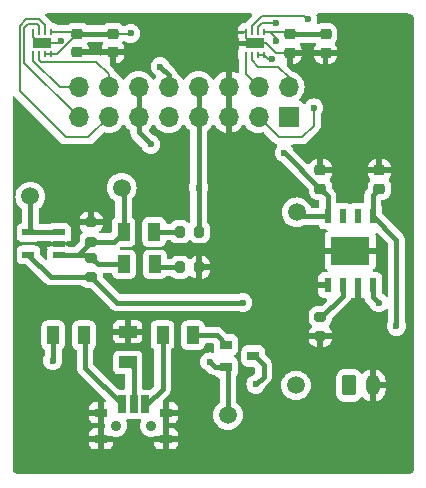
<source format=gbr>
%TF.GenerationSoftware,KiCad,Pcbnew,8.0.1*%
%TF.CreationDate,2024-03-24T23:22:49+02:00*%
%TF.ProjectId,EEE3088F_2024_Group_52_Power,45454533-3038-4384-965f-323032345f47,rev?*%
%TF.SameCoordinates,Original*%
%TF.FileFunction,Copper,L1,Top*%
%TF.FilePolarity,Positive*%
%FSLAX46Y46*%
G04 Gerber Fmt 4.6, Leading zero omitted, Abs format (unit mm)*
G04 Created by KiCad (PCBNEW 8.0.1) date 2024-03-24 23:22:49*
%MOMM*%
%LPD*%
G01*
G04 APERTURE LIST*
G04 Aperture macros list*
%AMRoundRect*
0 Rectangle with rounded corners*
0 $1 Rounding radius*
0 $2 $3 $4 $5 $6 $7 $8 $9 X,Y pos of 4 corners*
0 Add a 4 corners polygon primitive as box body*
4,1,4,$2,$3,$4,$5,$6,$7,$8,$9,$2,$3,0*
0 Add four circle primitives for the rounded corners*
1,1,$1+$1,$2,$3*
1,1,$1+$1,$4,$5*
1,1,$1+$1,$6,$7*
1,1,$1+$1,$8,$9*
0 Add four rect primitives between the rounded corners*
20,1,$1+$1,$2,$3,$4,$5,0*
20,1,$1+$1,$4,$5,$6,$7,0*
20,1,$1+$1,$6,$7,$8,$9,0*
20,1,$1+$1,$8,$9,$2,$3,0*%
G04 Aperture macros list end*
%TA.AperFunction,ComponentPad*%
%ADD10O,1.700000X1.700000*%
%TD*%
%TA.AperFunction,ComponentPad*%
%ADD11R,1.700000X1.700000*%
%TD*%
%TA.AperFunction,SMDPad,CuDef*%
%ADD12RoundRect,0.200000X0.200000X0.275000X-0.200000X0.275000X-0.200000X-0.275000X0.200000X-0.275000X0*%
%TD*%
%TA.AperFunction,SMDPad,CuDef*%
%ADD13R,1.000000X1.500000*%
%TD*%
%TA.AperFunction,SMDPad,CuDef*%
%ADD14R,1.500000X1.000000*%
%TD*%
%TA.AperFunction,ComponentPad*%
%ADD15RoundRect,0.250000X-0.350000X-0.625000X0.350000X-0.625000X0.350000X0.625000X-0.350000X0.625000X0*%
%TD*%
%TA.AperFunction,ComponentPad*%
%ADD16O,1.200000X1.750000*%
%TD*%
%TA.AperFunction,SMDPad,CuDef*%
%ADD17RoundRect,0.225000X-0.250000X0.225000X-0.250000X-0.225000X0.250000X-0.225000X0.250000X0.225000X0*%
%TD*%
%TA.AperFunction,SMDPad,CuDef*%
%ADD18R,1.600000X0.900000*%
%TD*%
%TA.AperFunction,SMDPad,CuDef*%
%ADD19R,0.250000X0.520000*%
%TD*%
%TA.AperFunction,SMDPad,CuDef*%
%ADD20RoundRect,0.200000X-0.275000X0.200000X-0.275000X-0.200000X0.275000X-0.200000X0.275000X0.200000X0*%
%TD*%
%TA.AperFunction,SMDPad,CuDef*%
%ADD21RoundRect,0.200000X0.275000X-0.200000X0.275000X0.200000X-0.275000X0.200000X-0.275000X-0.200000X0*%
%TD*%
%TA.AperFunction,SMDPad,CuDef*%
%ADD22R,1.000000X0.600000*%
%TD*%
%TA.AperFunction,SMDPad,CuDef*%
%ADD23R,0.600000X1.200000*%
%TD*%
%TA.AperFunction,SMDPad,CuDef*%
%ADD24R,3.300000X2.400000*%
%TD*%
%TA.AperFunction,ComponentPad*%
%ADD25C,1.500000*%
%TD*%
%TA.AperFunction,SMDPad,CuDef*%
%ADD26R,1.000000X0.800000*%
%TD*%
%TA.AperFunction,SMDPad,CuDef*%
%ADD27R,0.700000X1.500000*%
%TD*%
%TA.AperFunction,ComponentPad*%
%ADD28C,0.900000*%
%TD*%
%TA.AperFunction,SMDPad,CuDef*%
%ADD29RoundRect,0.225000X0.250000X-0.225000X0.250000X0.225000X-0.250000X0.225000X-0.250000X-0.225000X0*%
%TD*%
%TA.AperFunction,ViaPad*%
%ADD30C,0.600000*%
%TD*%
%TA.AperFunction,Conductor*%
%ADD31C,0.400000*%
%TD*%
%TA.AperFunction,Conductor*%
%ADD32C,0.200000*%
%TD*%
G04 APERTURE END LIST*
D10*
%TO.P,J1,16,Pin_16*%
%TO.N,PWM4*%
X116095000Y-23735000D03*
%TO.P,J1,15,Pin_15*%
%TO.N,Motor1_B*%
X116095000Y-26275000D03*
%TO.P,J1,14,Pin_14*%
%TO.N,PWM3*%
X118635000Y-23735000D03*
%TO.P,J1,13,Pin_13*%
%TO.N,Motor1_A*%
X118635000Y-26275000D03*
%TO.P,J1,12,Pin_12*%
%TO.N,5V*%
X121175000Y-23735000D03*
%TO.P,J1,11,Pin_11*%
X121175000Y-26275000D03*
%TO.P,J1,10,Pin_10*%
%TO.N,BATT_ADC*%
X123715000Y-23735000D03*
%TO.P,J1,9,Pin_9*%
%TO.N,RESV*%
X123715000Y-26275000D03*
%TO.P,J1,8,Pin_8*%
%TO.N,VCC*%
X126255000Y-23735000D03*
%TO.P,J1,7,Pin_7*%
X126255000Y-26275000D03*
%TO.P,J1,6,Pin_6*%
%TO.N,GND*%
X128795000Y-23735000D03*
%TO.P,J1,5,Pin_5*%
X128795000Y-26275000D03*
%TO.P,J1,4,Pin_4*%
%TO.N,PWM2*%
X131335000Y-23735000D03*
%TO.P,J1,3,Pin_3*%
%TO.N,Motor2_B*%
X131335000Y-26275000D03*
%TO.P,J1,2,Pin_2*%
%TO.N,PWM1*%
X133875000Y-23735000D03*
D11*
%TO.P,J1,1,Pin_1*%
%TO.N,Motor2_A*%
X133875000Y-26275000D03*
%TD*%
D12*
%TO.P,R3,2*%
%TO.N,Net-(JP3-B)*%
X124675000Y-36000000D03*
%TO.P,R3,1*%
%TO.N,VCC*%
X126325000Y-36000000D03*
%TD*%
D13*
%TO.P,JP5,1,A*%
%TO.N,Net-(JP5-A)*%
X123200000Y-44750000D03*
%TO.P,JP5,2,B*%
%TO.N,Net-(JP5-B)*%
X125800000Y-44750000D03*
%TD*%
%TO.P,JP4,1,A*%
%TO.N,Net-(JP3-A)*%
X119950000Y-38750000D03*
%TO.P,JP4,2,B*%
%TO.N,Net-(JP4-B)*%
X122550000Y-38750000D03*
%TD*%
D14*
%TO.P,JP2,1,A*%
%TO.N,Net-(JP2-A)*%
X120250000Y-47050000D03*
%TO.P,JP2,2,B*%
%TO.N,GND*%
X120250000Y-44450000D03*
%TD*%
D13*
%TO.P,JP1,1,A*%
%TO.N,Net-(JP1-A)*%
X116550000Y-44750000D03*
%TO.P,JP1,2,B*%
%TO.N,BATT*%
X113950000Y-44750000D03*
%TD*%
%TO.P,JP3,1,A*%
%TO.N,Net-(JP3-A)*%
X119900000Y-36000000D03*
%TO.P,JP3,2,B*%
%TO.N,Net-(JP3-B)*%
X122500000Y-36000000D03*
%TD*%
D15*
%TO.P,J2,1,Pin_1*%
%TO.N,BATT*%
X139000000Y-49000000D03*
D16*
%TO.P,J2,2,Pin_2*%
%TO.N,GND*%
X141000000Y-49000000D03*
%TD*%
D17*
%TO.P,C3,2*%
%TO.N,GND*%
X116000000Y-20775000D03*
%TO.P,C3,1*%
%TO.N,VCC*%
X116000000Y-19225000D03*
%TD*%
%TO.P,C4,2*%
%TO.N,GND*%
X119000000Y-20775000D03*
%TO.P,C4,1*%
%TO.N,VCC*%
X119000000Y-19225000D03*
%TD*%
D18*
%TO.P,U3,9,PAD*%
%TO.N,GND*%
X113000000Y-20000000D03*
D19*
%TO.P,U3,8,VCC*%
%TO.N,VCC*%
X113750000Y-20950000D03*
%TO.P,U3,7,NSLEEP*%
X113250000Y-20950000D03*
%TO.P,U3,6,IN1*%
%TO.N,PWM3*%
X112750000Y-20950000D03*
%TO.P,U3,5,IN2*%
%TO.N,PWM4*%
X112250000Y-20950000D03*
%TO.P,U3,4,GND*%
%TO.N,GND*%
X112250000Y-19050000D03*
%TO.P,U3,3,OUT2*%
%TO.N,Motor1_B*%
X112750000Y-19050000D03*
%TO.P,U3,2,OUT1*%
%TO.N,Motor1_A*%
X113250000Y-19050000D03*
%TO.P,U3,1,VMIN*%
%TO.N,VCC*%
X113750000Y-19050000D03*
%TD*%
D20*
%TO.P,R5,1*%
%TO.N,Net-(U2-PROG)*%
X136560000Y-43175000D03*
%TO.P,R5,2*%
%TO.N,GND*%
X136560000Y-44825000D03*
%TD*%
D19*
%TO.P,U4,1,VMIN*%
%TO.N,VCC*%
X131750000Y-19100000D03*
%TO.P,U4,2,OUT1*%
%TO.N,Motor2_A*%
X131250000Y-19100000D03*
%TO.P,U4,3,OUT2*%
%TO.N,Motor2_B*%
X130750000Y-19100000D03*
%TO.P,U4,4,GND*%
%TO.N,GND*%
X130250000Y-19100000D03*
%TO.P,U4,5,IN2*%
%TO.N,PWM2*%
X130250000Y-21000000D03*
%TO.P,U4,6,IN1*%
%TO.N,PWM1*%
X130750000Y-21000000D03*
%TO.P,U4,7,NSLEEP*%
%TO.N,VCC*%
X131250000Y-21000000D03*
%TO.P,U4,8,VCC*%
X131750000Y-21000000D03*
D18*
%TO.P,U4,9,PAD*%
%TO.N,GND*%
X131000000Y-20050000D03*
%TD*%
D21*
%TO.P,R1,2*%
%TO.N,Net-(JP3-A)*%
X117150000Y-38175000D03*
%TO.P,R1,1*%
%TO.N,VCC*%
X117150000Y-39825000D03*
%TD*%
D22*
%TO.P,U1,1,+*%
%TO.N,Net-(JP3-A)*%
X114450000Y-37950000D03*
%TO.P,U1,2,V-*%
%TO.N,GND*%
X114450000Y-37000000D03*
%TO.P,U1,3,-*%
%TO.N,BATT_ADC*%
X114450000Y-36050000D03*
%TO.P,U1,4*%
X111850000Y-36050000D03*
%TO.P,U1,5,V+*%
%TO.N,VCC*%
X111850000Y-37950000D03*
%TD*%
D23*
%TO.P,U2,1,TEMP*%
%TO.N,GND*%
X137180000Y-40500000D03*
%TO.P,U2,2,PROG*%
%TO.N,Net-(U2-PROG)*%
X138450000Y-40500000D03*
%TO.P,U2,3,GND*%
%TO.N,GND*%
X139730000Y-40500000D03*
%TO.P,U2,4,VCC*%
%TO.N,5V*%
X141000000Y-40500000D03*
%TO.P,U2,5,BAT*%
%TO.N,BATT*%
X141000000Y-34680000D03*
%TO.P,U2,6,~{STDBY}*%
%TO.N,unconnected-(U2-~{STDBY}-Pad6)*%
X139730000Y-34680000D03*
%TO.P,U2,7,~{CHRG}*%
%TO.N,unconnected-(U2-~{CHRG}-Pad7)*%
X138450000Y-34680000D03*
%TO.P,U2,8,CE*%
%TO.N,5V*%
X137180000Y-34680000D03*
D24*
%TO.P,U2,9,EP*%
%TO.N,GND*%
X139090000Y-37590000D03*
%TD*%
D25*
%TO.P,TP16,1,1*%
%TO.N,BATT*%
X134500000Y-49000000D03*
%TD*%
%TO.P,TP13,1,1*%
%TO.N,5V*%
X134560000Y-34334000D03*
%TD*%
%TO.P,TP4,1,1*%
%TO.N,VCC*%
X128736000Y-51500000D03*
%TD*%
%TO.P,TP2,1,1*%
%TO.N,BATT_ADC*%
X112000000Y-33000000D03*
%TD*%
%TO.P,TP1,1,1*%
%TO.N,Net-(JP3-A)*%
X119750000Y-32250000D03*
%TD*%
D26*
%TO.P,SW1,5,5*%
%TO.N,GND*%
X123500000Y-53500000D03*
X123500000Y-51300000D03*
%TO.P,SW1,4,4*%
X118000000Y-53500000D03*
X118000000Y-51300000D03*
D27*
%TO.P,SW1,3,3*%
%TO.N,Net-(JP5-A)*%
X121750000Y-50600000D03*
%TO.P,SW1,2,2*%
%TO.N,Net-(JP2-A)*%
X120750000Y-50600000D03*
%TO.P,SW1,1,1*%
%TO.N,Net-(JP1-A)*%
X119750000Y-50600000D03*
D28*
%TO.P,SW1,*%
%TO.N,*%
X122250000Y-52400000D03*
X119250000Y-52400000D03*
%TD*%
D12*
%TO.P,R4,1*%
%TO.N,GND*%
X126325000Y-39000000D03*
%TO.P,R4,2*%
%TO.N,Net-(JP4-B)*%
X124675000Y-39000000D03*
%TD*%
D20*
%TO.P,R2,2*%
%TO.N,Net-(JP3-A)*%
X117150000Y-36825000D03*
%TO.P,R2,1*%
%TO.N,GND*%
X117150000Y-35175000D03*
%TD*%
D26*
%TO.P,Q1,3,D*%
%TO.N,BATT*%
X130886000Y-46500000D03*
%TO.P,Q1,2,S*%
%TO.N,VCC*%
X128586000Y-47450000D03*
%TO.P,Q1,1,G*%
%TO.N,Net-(JP5-B)*%
X128586000Y-45550000D03*
%TD*%
D17*
%TO.P,C6,1*%
%TO.N,VCC*%
X137000000Y-19275000D03*
%TO.P,C6,2*%
%TO.N,GND*%
X137000000Y-20825000D03*
%TD*%
%TO.P,C5,2*%
%TO.N,GND*%
X134000000Y-20825000D03*
%TO.P,C5,1*%
%TO.N,VCC*%
X134000000Y-19275000D03*
%TD*%
D29*
%TO.P,C2,1*%
%TO.N,BATT*%
X141560000Y-32334000D03*
%TO.P,C2,2*%
%TO.N,GND*%
X141560000Y-30784000D03*
%TD*%
D17*
%TO.P,C1,1*%
%TO.N,GND*%
X136560000Y-30784000D03*
%TO.P,C1,2*%
%TO.N,5V*%
X136560000Y-32334000D03*
%TD*%
D30*
%TO.N,GND*%
X134750000Y-43750000D03*
X135250000Y-40500000D03*
X139770000Y-43520000D03*
%TO.N,VCC*%
X126250000Y-32250000D03*
%TO.N,GND*%
X128750000Y-18500000D03*
X129000000Y-20000000D03*
X114750000Y-18000000D03*
X114563235Y-19813235D03*
%TO.N,5V*%
X141500000Y-42000000D03*
%TO.N,BATT*%
X143000000Y-44000000D03*
%TO.N,VCC*%
X130000000Y-42000000D03*
X120500000Y-19200000D03*
X127200000Y-47000000D03*
X132500000Y-21400000D03*
X132800000Y-19800000D03*
%TO.N,5V*%
X133500000Y-29300000D03*
X122200000Y-28600000D03*
%TO.N,BATT_ADC*%
X123000000Y-22000000D03*
%TO.N,BATT*%
X131100000Y-48900000D03*
X113900000Y-46900000D03*
%TO.N,Motor2_B*%
X135500000Y-18000000D03*
%TO.N,Motor2_A*%
X132800000Y-18300000D03*
%TO.N,Motor2_B*%
X136000000Y-25500000D03*
%TD*%
D31*
%TO.N,GND*%
X139750000Y-40520000D02*
X139750000Y-43500000D01*
X137200000Y-40520000D02*
X135250000Y-40500000D01*
%TO.N,Net-(JP3-B)*%
X122500000Y-36000000D02*
X124675000Y-36000000D01*
%TO.N,VCC*%
X126255000Y-35930000D02*
X126325000Y-36000000D01*
X126255000Y-26275000D02*
X126255000Y-35930000D01*
%TO.N,Net-(JP3-A)*%
X119950000Y-38750000D02*
X117725000Y-38750000D01*
X117725000Y-38750000D02*
X117150000Y-38175000D01*
%TO.N,Net-(JP4-B)*%
X122800000Y-39000000D02*
X122550000Y-38750000D01*
X124675000Y-39000000D02*
X122800000Y-39000000D01*
%TO.N,Net-(JP5-B)*%
X127786000Y-44750000D02*
X128586000Y-45550000D01*
X125800000Y-44750000D02*
X127786000Y-44750000D01*
%TO.N,Net-(JP5-A)*%
X123200000Y-49300000D02*
X123200000Y-44750000D01*
X121900000Y-50600000D02*
X123200000Y-49300000D01*
X121750000Y-50600000D02*
X121900000Y-50600000D01*
%TO.N,Net-(JP2-A)*%
X120750000Y-47550000D02*
X120250000Y-47050000D01*
X120750000Y-50600000D02*
X120750000Y-47550000D01*
%TO.N,BATT*%
X113950000Y-46850000D02*
X113900000Y-46900000D01*
X113950000Y-44750000D02*
X113950000Y-46850000D01*
%TO.N,Net-(JP3-A)*%
X119900000Y-32400000D02*
X119750000Y-32250000D01*
X119900000Y-36000000D02*
X119900000Y-32400000D01*
X119075000Y-36825000D02*
X119900000Y-36000000D01*
X117150000Y-36825000D02*
X119075000Y-36825000D01*
D32*
%TO.N,GND*%
X129350000Y-19100000D02*
X128750000Y-18500000D01*
X130250000Y-19100000D02*
X129350000Y-19100000D01*
D31*
X129050000Y-20050000D02*
X129000000Y-20000000D01*
X131000000Y-20050000D02*
X129050000Y-20050000D01*
X134000000Y-20825000D02*
X137000000Y-20825000D01*
X116000000Y-20775000D02*
X119000000Y-20775000D01*
D32*
X130715000Y-20050000D02*
X131000000Y-20050000D01*
X130250000Y-19585000D02*
X130715000Y-20050000D01*
X130250000Y-19100000D02*
X130250000Y-19585000D01*
X113000000Y-20000000D02*
X114376470Y-20000000D01*
X114376470Y-20000000D02*
X114563235Y-19813235D01*
%TO.N,Motor2_B*%
X135200000Y-17700000D02*
X135500000Y-18000000D01*
X130750000Y-18584314D02*
X131634315Y-17700000D01*
X131634315Y-17700000D02*
X135200000Y-17700000D01*
X130750000Y-19100000D02*
X130750000Y-18584314D01*
D31*
%TO.N,5V*%
X141000000Y-41500000D02*
X141500000Y-42000000D01*
X141000000Y-40500000D02*
X141000000Y-41500000D01*
%TO.N,BATT*%
X143000000Y-36680000D02*
X141000000Y-34680000D01*
X143000000Y-44000000D02*
X143000000Y-36680000D01*
%TO.N,BATT_ADC*%
X112000000Y-35900000D02*
X111850000Y-36050000D01*
X112000000Y-33000000D02*
X112000000Y-35900000D01*
%TO.N,VCC*%
X127150000Y-42000000D02*
X130000000Y-42000000D01*
D32*
%TO.N,PWM3*%
X117600000Y-21600000D02*
X118635000Y-22635000D01*
X118635000Y-22635000D02*
X118635000Y-23735000D01*
%TO.N,PWM4*%
X112250000Y-21500686D02*
X114484314Y-23735000D01*
%TO.N,Motor1_B*%
X111500000Y-21680000D02*
X116095000Y-26275000D01*
%TO.N,PWM3*%
X112915000Y-21600000D02*
X117600000Y-21600000D01*
X112750000Y-20950000D02*
X112750000Y-21435000D01*
X112750000Y-21435000D02*
X112915000Y-21600000D01*
%TO.N,PWM4*%
X112250000Y-20950000D02*
X112250000Y-21500686D01*
X114484314Y-23735000D02*
X116095000Y-23735000D01*
%TO.N,VCC*%
X113750000Y-20950000D02*
X114275000Y-20950000D01*
X114275000Y-20950000D02*
X116000000Y-19225000D01*
X115825000Y-19050000D02*
X116000000Y-19225000D01*
X113750000Y-19050000D02*
X115825000Y-19050000D01*
X119775000Y-19225000D02*
X120475000Y-19225000D01*
X120475000Y-19225000D02*
X120500000Y-19200000D01*
%TO.N,Motor1_A*%
X111634314Y-18000000D02*
X111100000Y-18534315D01*
X113250000Y-18499315D02*
X112750685Y-18000000D01*
X113250000Y-19050000D02*
X113250000Y-18499315D01*
X112750685Y-18000000D02*
X111634314Y-18000000D01*
%TO.N,GND*%
X112715000Y-20000000D02*
X113000000Y-20000000D01*
X112250000Y-19050000D02*
X112250000Y-19535000D01*
X112250000Y-19535000D02*
X112715000Y-20000000D01*
D31*
%TO.N,VCC*%
X116000000Y-19225000D02*
X119000000Y-19225000D01*
D32*
%TO.N,Motor1_B*%
X111500000Y-18700000D02*
X111500000Y-21680000D01*
X112750000Y-19050000D02*
X112750000Y-18565000D01*
X112750000Y-18565000D02*
X112585000Y-18400000D01*
X112585000Y-18400000D02*
X111800000Y-18400000D01*
X111800000Y-18400000D02*
X111500000Y-18700000D01*
%TO.N,VCC*%
X113250000Y-20950000D02*
X113750000Y-20950000D01*
X119000000Y-19225000D02*
X119775000Y-19225000D01*
%TO.N,Motor1_A*%
X116910000Y-28000000D02*
X118635000Y-26275000D01*
X111100000Y-24100000D02*
X115000000Y-28000000D01*
X115000000Y-28000000D02*
X116910000Y-28000000D01*
X111100000Y-18534315D02*
X111100000Y-24100000D01*
D31*
%TO.N,BATT_ADC*%
X111850000Y-36050000D02*
X114450000Y-36050000D01*
%TO.N,VCC*%
X127650000Y-47450000D02*
X127200000Y-47000000D01*
X128586000Y-47450000D02*
X127650000Y-47450000D01*
%TO.N,BATT*%
X131100000Y-48900000D02*
X131200000Y-48800000D01*
D32*
%TO.N,VCC*%
X132500000Y-21400000D02*
X132150000Y-21400000D01*
X132150000Y-21400000D02*
X131750000Y-21000000D01*
X132800000Y-19600000D02*
X132300000Y-19100000D01*
X132800000Y-19800000D02*
X132800000Y-19600000D01*
X132300000Y-19100000D02*
X133825000Y-19100000D01*
X131750000Y-19100000D02*
X132300000Y-19100000D01*
X131750000Y-21000000D02*
X131800000Y-21000000D01*
X131250000Y-21000000D02*
X131750000Y-21000000D01*
D31*
%TO.N,5V*%
X133500000Y-29274000D02*
X136560000Y-32334000D01*
X121175000Y-27575000D02*
X122200000Y-28600000D01*
X121175000Y-26275000D02*
X121175000Y-27575000D01*
%TO.N,BATT_ADC*%
X123715000Y-22715000D02*
X123000000Y-22000000D01*
X123715000Y-23735000D02*
X123715000Y-22715000D01*
%TO.N,BATT*%
X131750000Y-48250000D02*
X131750000Y-47250000D01*
X131100000Y-48900000D02*
X131750000Y-48250000D01*
X131000000Y-46500000D02*
X131750000Y-47250000D01*
D32*
%TO.N,Motor2_A*%
X131600000Y-18300000D02*
X132800000Y-18300000D01*
X131250000Y-18650000D02*
X131600000Y-18300000D01*
X131250000Y-19100000D02*
X131250000Y-18650000D01*
%TO.N,Motor2_B*%
X133060000Y-28000000D02*
X131335000Y-26275000D01*
X135000000Y-28000000D02*
X133060000Y-28000000D01*
X136000000Y-27000000D02*
X135000000Y-28000000D01*
X136000000Y-25500000D02*
X136000000Y-27000000D01*
%TO.N,PWM1*%
X130750000Y-21485000D02*
X130750000Y-21000000D01*
X133000000Y-22000000D02*
X131265000Y-22000000D01*
X134000000Y-23610000D02*
X134000000Y-23000000D01*
X134000000Y-23000000D02*
X133000000Y-22000000D01*
X133875000Y-23735000D02*
X134000000Y-23610000D01*
X131265000Y-22000000D02*
X130750000Y-21485000D01*
%TO.N,PWM2*%
X130250000Y-22650000D02*
X131335000Y-23735000D01*
X130250000Y-21000000D02*
X130250000Y-22650000D01*
D31*
%TO.N,BATT*%
X130886000Y-46500000D02*
X131000000Y-46500000D01*
%TO.N,Net-(JP1-A)*%
X116650000Y-47500000D02*
X119750000Y-50600000D01*
X116650000Y-45500000D02*
X116650000Y-47500000D01*
%TO.N,5V*%
X121175000Y-23735000D02*
X121175000Y-26275000D01*
%TO.N,GND*%
X128795000Y-23735000D02*
X128795000Y-26275000D01*
%TO.N,VCC*%
X126255000Y-23735000D02*
X126255000Y-26275000D01*
X119325000Y-42000000D02*
X117150000Y-39825000D01*
X127150000Y-42000000D02*
X119325000Y-42000000D01*
%TO.N,BATT_ADC*%
X111800000Y-36000000D02*
X111850000Y-36050000D01*
%TO.N,Net-(JP3-A)*%
X116025000Y-37950000D02*
X114450000Y-37950000D01*
X117150000Y-36825000D02*
X116025000Y-37950000D01*
X116925000Y-37950000D02*
X117150000Y-38175000D01*
X114450000Y-37950000D02*
X116925000Y-37950000D01*
%TO.N,VCC*%
X113725000Y-39825000D02*
X117150000Y-39825000D01*
X111850000Y-37950000D02*
X113725000Y-39825000D01*
%TO.N,Net-(U2-PROG)*%
X138450000Y-41444000D02*
X136560000Y-43334000D01*
X138450000Y-40500000D02*
X138450000Y-41444000D01*
%TO.N,BATT*%
X141000000Y-32894000D02*
X141000000Y-34680000D01*
%TO.N,5V*%
X137180000Y-32954000D02*
X136560000Y-32334000D01*
X137180000Y-34680000D02*
X137180000Y-32954000D01*
%TO.N,BATT*%
X141000000Y-32894000D02*
X141560000Y-32334000D01*
%TO.N,5V*%
X134906000Y-34680000D02*
X134560000Y-34334000D01*
X137180000Y-34680000D02*
X134906000Y-34680000D01*
%TO.N,Net-(JP2-A)*%
X120736000Y-47088000D02*
X120750000Y-47102000D01*
%TO.N,VCC*%
X128736000Y-51500000D02*
X128736000Y-47600000D01*
X128736000Y-47600000D02*
X128586000Y-47450000D01*
D32*
%TO.N,GND*%
X132775000Y-20825000D02*
X132000000Y-20050000D01*
X134000000Y-20825000D02*
X132775000Y-20825000D01*
X131000000Y-20050000D02*
X132000000Y-20050000D01*
D31*
%TO.N,VCC*%
X137000000Y-19275000D02*
X134000000Y-19275000D01*
%TD*%
%TA.AperFunction,Conductor*%
%TO.N,GND*%
G36*
X144006922Y-17501280D02*
G01*
X144097266Y-17511459D01*
X144124331Y-17517636D01*
X144203540Y-17545352D01*
X144228553Y-17557398D01*
X144299606Y-17602043D01*
X144321313Y-17619355D01*
X144380644Y-17678686D01*
X144397957Y-17700395D01*
X144442600Y-17771444D01*
X144454648Y-17796462D01*
X144482362Y-17875666D01*
X144488540Y-17902735D01*
X144498720Y-17993076D01*
X144499500Y-18006961D01*
X144499500Y-55993038D01*
X144498720Y-56006923D01*
X144488540Y-56097264D01*
X144482362Y-56124333D01*
X144454648Y-56203537D01*
X144442600Y-56228555D01*
X144397957Y-56299604D01*
X144380644Y-56321313D01*
X144321313Y-56380644D01*
X144299604Y-56397957D01*
X144228555Y-56442600D01*
X144203537Y-56454648D01*
X144124333Y-56482362D01*
X144097264Y-56488540D01*
X144017075Y-56497576D01*
X144006921Y-56498720D01*
X143993038Y-56499500D01*
X111006962Y-56499500D01*
X110993078Y-56498720D01*
X110980553Y-56497308D01*
X110902735Y-56488540D01*
X110875666Y-56482362D01*
X110796462Y-56454648D01*
X110771444Y-56442600D01*
X110700395Y-56397957D01*
X110678686Y-56380644D01*
X110619355Y-56321313D01*
X110602042Y-56299604D01*
X110557399Y-56228555D01*
X110545351Y-56203537D01*
X110517637Y-56124333D01*
X110511459Y-56097263D01*
X110501280Y-56006922D01*
X110500500Y-55993038D01*
X110500500Y-53750000D01*
X117000000Y-53750000D01*
X117000000Y-53947844D01*
X117006401Y-54007372D01*
X117006403Y-54007379D01*
X117056645Y-54142086D01*
X117056649Y-54142093D01*
X117142809Y-54257187D01*
X117142812Y-54257190D01*
X117257906Y-54343350D01*
X117257913Y-54343354D01*
X117392620Y-54393596D01*
X117392627Y-54393598D01*
X117452155Y-54399999D01*
X117452172Y-54400000D01*
X117750000Y-54400000D01*
X117750000Y-53750000D01*
X118250000Y-53750000D01*
X118250000Y-54400000D01*
X118547828Y-54400000D01*
X118547844Y-54399999D01*
X118607372Y-54393598D01*
X118607379Y-54393596D01*
X118742086Y-54343354D01*
X118742093Y-54343350D01*
X118857187Y-54257190D01*
X118857190Y-54257187D01*
X118943350Y-54142093D01*
X118943354Y-54142086D01*
X118993596Y-54007379D01*
X118993598Y-54007372D01*
X118999999Y-53947844D01*
X119000000Y-53947827D01*
X119000000Y-53750000D01*
X122500000Y-53750000D01*
X122500000Y-53947844D01*
X122506401Y-54007372D01*
X122506403Y-54007379D01*
X122556645Y-54142086D01*
X122556649Y-54142093D01*
X122642809Y-54257187D01*
X122642812Y-54257190D01*
X122757906Y-54343350D01*
X122757913Y-54343354D01*
X122892620Y-54393596D01*
X122892627Y-54393598D01*
X122952155Y-54399999D01*
X122952172Y-54400000D01*
X123250000Y-54400000D01*
X123250000Y-53750000D01*
X123750000Y-53750000D01*
X123750000Y-54400000D01*
X124047828Y-54400000D01*
X124047844Y-54399999D01*
X124107372Y-54393598D01*
X124107379Y-54393596D01*
X124242086Y-54343354D01*
X124242093Y-54343350D01*
X124357187Y-54257190D01*
X124357190Y-54257187D01*
X124443350Y-54142093D01*
X124443354Y-54142086D01*
X124493596Y-54007379D01*
X124493598Y-54007372D01*
X124499999Y-53947844D01*
X124500000Y-53947827D01*
X124500000Y-53750000D01*
X123750000Y-53750000D01*
X123250000Y-53750000D01*
X122500000Y-53750000D01*
X119000000Y-53750000D01*
X118250000Y-53750000D01*
X117750000Y-53750000D01*
X117000000Y-53750000D01*
X110500500Y-53750000D01*
X110500500Y-53250000D01*
X117000000Y-53250000D01*
X117750000Y-53250000D01*
X117750000Y-52600000D01*
X117452155Y-52600000D01*
X117392627Y-52606401D01*
X117392620Y-52606403D01*
X117257913Y-52656645D01*
X117257906Y-52656649D01*
X117142812Y-52742809D01*
X117142809Y-52742812D01*
X117056649Y-52857906D01*
X117056645Y-52857913D01*
X117006403Y-52992620D01*
X117006401Y-52992627D01*
X117000000Y-53052155D01*
X117000000Y-53250000D01*
X110500500Y-53250000D01*
X110500500Y-51550000D01*
X117000000Y-51550000D01*
X117000000Y-51747844D01*
X117006401Y-51807372D01*
X117006403Y-51807379D01*
X117056645Y-51942086D01*
X117056649Y-51942093D01*
X117142809Y-52057187D01*
X117142812Y-52057190D01*
X117257906Y-52143350D01*
X117257913Y-52143354D01*
X117392620Y-52193596D01*
X117392627Y-52193598D01*
X117452155Y-52199999D01*
X117452172Y-52200000D01*
X117750000Y-52200000D01*
X117750000Y-51550000D01*
X117000000Y-51550000D01*
X110500500Y-51550000D01*
X110500500Y-51050000D01*
X117000000Y-51050000D01*
X117750000Y-51050000D01*
X117750000Y-50400000D01*
X117452155Y-50400000D01*
X117392627Y-50406401D01*
X117392620Y-50406403D01*
X117257913Y-50456645D01*
X117257906Y-50456649D01*
X117142812Y-50542809D01*
X117142809Y-50542812D01*
X117056649Y-50657906D01*
X117056645Y-50657913D01*
X117006403Y-50792620D01*
X117006401Y-50792627D01*
X117000000Y-50852155D01*
X117000000Y-51050000D01*
X110500500Y-51050000D01*
X110500500Y-45547870D01*
X112949500Y-45547870D01*
X112949501Y-45547876D01*
X112955908Y-45607483D01*
X113006202Y-45742328D01*
X113006206Y-45742335D01*
X113075358Y-45834709D01*
X113092454Y-45857546D01*
X113199811Y-45937914D01*
X113241682Y-45993847D01*
X113249500Y-46037180D01*
X113249500Y-46394931D01*
X113230494Y-46460903D01*
X113174211Y-46550477D01*
X113174209Y-46550481D01*
X113114633Y-46720737D01*
X113114630Y-46720750D01*
X113094435Y-46899996D01*
X113094435Y-46900003D01*
X113114630Y-47079249D01*
X113114631Y-47079254D01*
X113174211Y-47249523D01*
X113179253Y-47257547D01*
X113270184Y-47402262D01*
X113397738Y-47529816D01*
X113460093Y-47568996D01*
X113548426Y-47624500D01*
X113550478Y-47625789D01*
X113720745Y-47685368D01*
X113720750Y-47685369D01*
X113899996Y-47705565D01*
X113900000Y-47705565D01*
X113900004Y-47705565D01*
X114079249Y-47685369D01*
X114079252Y-47685368D01*
X114079255Y-47685368D01*
X114249522Y-47625789D01*
X114402262Y-47529816D01*
X114529816Y-47402262D01*
X114625789Y-47249522D01*
X114685368Y-47079255D01*
X114685369Y-47079249D01*
X114705565Y-46900003D01*
X114705565Y-46899996D01*
X114692100Y-46780496D01*
X114685368Y-46720745D01*
X114657458Y-46640982D01*
X114650500Y-46600028D01*
X114650500Y-46037180D01*
X114670185Y-45970141D01*
X114700187Y-45937914D01*
X114807546Y-45857546D01*
X114893796Y-45742331D01*
X114944091Y-45607483D01*
X114950500Y-45547873D01*
X114950500Y-45547870D01*
X115549500Y-45547870D01*
X115549501Y-45547876D01*
X115555908Y-45607483D01*
X115606202Y-45742328D01*
X115606206Y-45742335D01*
X115692452Y-45857544D01*
X115692455Y-45857547D01*
X115807664Y-45943793D01*
X115807669Y-45943796D01*
X115868833Y-45966608D01*
X115924766Y-46008478D01*
X115949184Y-46073942D01*
X115949500Y-46082790D01*
X115949500Y-47431006D01*
X115949500Y-47568994D01*
X115949500Y-47568996D01*
X115949499Y-47568996D01*
X115976418Y-47704322D01*
X115976421Y-47704332D01*
X116029222Y-47831807D01*
X116105887Y-47946545D01*
X116105888Y-47946546D01*
X118347662Y-50188319D01*
X118381147Y-50249642D01*
X118376163Y-50319334D01*
X118334291Y-50375267D01*
X118268827Y-50399684D01*
X118259981Y-50400000D01*
X118250000Y-50400000D01*
X118250000Y-52200000D01*
X118263181Y-52213181D01*
X118296666Y-52274504D01*
X118299500Y-52300862D01*
X118299500Y-52347212D01*
X118298903Y-52359366D01*
X118294901Y-52399999D01*
X118298903Y-52440632D01*
X118299500Y-52452786D01*
X118299500Y-52499138D01*
X118279815Y-52566177D01*
X118263181Y-52586819D01*
X118250000Y-52600000D01*
X118250000Y-53250000D01*
X118792830Y-53250000D01*
X118851284Y-53264642D01*
X118884499Y-53282396D01*
X118923568Y-53294248D01*
X118935024Y-53298346D01*
X118972749Y-53313973D01*
X119012811Y-53321941D01*
X119024590Y-53324892D01*
X119063669Y-53336747D01*
X119104304Y-53340748D01*
X119116336Y-53342533D01*
X119126728Y-53344600D01*
X119156381Y-53350500D01*
X119156384Y-53350500D01*
X119197213Y-53350500D01*
X119209367Y-53351097D01*
X119250000Y-53355099D01*
X119290633Y-53351097D01*
X119302787Y-53350500D01*
X119343620Y-53350500D01*
X119383660Y-53342534D01*
X119395700Y-53340747D01*
X119436331Y-53336747D01*
X119475395Y-53324896D01*
X119487199Y-53321940D01*
X119507938Y-53317814D01*
X119527251Y-53313973D01*
X119564985Y-53298342D01*
X119576432Y-53294247D01*
X119615501Y-53282396D01*
X119651511Y-53263146D01*
X119662500Y-53257949D01*
X119700231Y-53242322D01*
X119734190Y-53219630D01*
X119744616Y-53213382D01*
X119780625Y-53194136D01*
X119812190Y-53168230D01*
X119821959Y-53160984D01*
X119855908Y-53138302D01*
X119884794Y-53109415D01*
X119893780Y-53101270D01*
X119925357Y-53075357D01*
X119951270Y-53043780D01*
X119959415Y-53034794D01*
X119988302Y-53005908D01*
X120010984Y-52971959D01*
X120018231Y-52962189D01*
X120044136Y-52930625D01*
X120063385Y-52894609D01*
X120069636Y-52884181D01*
X120092322Y-52850231D01*
X120107949Y-52812500D01*
X120113146Y-52801511D01*
X120132396Y-52765501D01*
X120144248Y-52726429D01*
X120148345Y-52714978D01*
X120163973Y-52677251D01*
X120171939Y-52637202D01*
X120171940Y-52637199D01*
X120174897Y-52625393D01*
X120180658Y-52606403D01*
X120186747Y-52586331D01*
X120190749Y-52545692D01*
X120192534Y-52533660D01*
X120200500Y-52493620D01*
X120200500Y-52452786D01*
X120201097Y-52440632D01*
X120205099Y-52400000D01*
X120201097Y-52359366D01*
X120200500Y-52347212D01*
X120200500Y-52306380D01*
X120192534Y-52266341D01*
X120190747Y-52254295D01*
X120188731Y-52233823D01*
X120186747Y-52213669D01*
X120174892Y-52174590D01*
X120171941Y-52162811D01*
X120163973Y-52122749D01*
X120148344Y-52085018D01*
X120144248Y-52073568D01*
X120132397Y-52034501D01*
X120132396Y-52034499D01*
X120126399Y-52023280D01*
X120112155Y-51954880D01*
X120137153Y-51889636D01*
X120193456Y-51848263D01*
X120207244Y-51844148D01*
X120215036Y-51842307D01*
X120215382Y-51843775D01*
X120276342Y-51839408D01*
X120291378Y-51843822D01*
X120292513Y-51844089D01*
X120292517Y-51844091D01*
X120352127Y-51850500D01*
X121147872Y-51850499D01*
X121207483Y-51844091D01*
X121207485Y-51844090D01*
X121207487Y-51844090D01*
X121215031Y-51842308D01*
X121215377Y-51843775D01*
X121276342Y-51839408D01*
X121291367Y-51843818D01*
X121292509Y-51844088D01*
X121292517Y-51844091D01*
X121292524Y-51844091D01*
X121292741Y-51844143D01*
X121293027Y-51844305D01*
X121293341Y-51844398D01*
X121299793Y-51846805D01*
X121299376Y-51847920D01*
X121353462Y-51878708D01*
X121385857Y-51940614D01*
X121379640Y-52010206D01*
X121373605Y-52023271D01*
X121367602Y-52034502D01*
X121355750Y-52073569D01*
X121351654Y-52085018D01*
X121336026Y-52122750D01*
X121328060Y-52162797D01*
X121325104Y-52174598D01*
X121313253Y-52213666D01*
X121313253Y-52213668D01*
X121309250Y-52254307D01*
X121307465Y-52266339D01*
X121300599Y-52300862D01*
X121299500Y-52306385D01*
X121299500Y-52347212D01*
X121298903Y-52359366D01*
X121294901Y-52399999D01*
X121298903Y-52440632D01*
X121299500Y-52452786D01*
X121299500Y-52493620D01*
X121307464Y-52533657D01*
X121309250Y-52545692D01*
X121313253Y-52586331D01*
X121313253Y-52586333D01*
X121325104Y-52625402D01*
X121328060Y-52637202D01*
X121336025Y-52677246D01*
X121336027Y-52677252D01*
X121351652Y-52714973D01*
X121355745Y-52726412D01*
X121365376Y-52758159D01*
X121367605Y-52765505D01*
X121386847Y-52801503D01*
X121392050Y-52812502D01*
X121407678Y-52850231D01*
X121407680Y-52850235D01*
X121430362Y-52884181D01*
X121436617Y-52894617D01*
X121455864Y-52930625D01*
X121455865Y-52930626D01*
X121455864Y-52930626D01*
X121481765Y-52962186D01*
X121489014Y-52971960D01*
X121511697Y-53005907D01*
X121511700Y-53005911D01*
X121540566Y-53034777D01*
X121548738Y-53043792D01*
X121574644Y-53075358D01*
X121606205Y-53101259D01*
X121615213Y-53109423D01*
X121644092Y-53138302D01*
X121678040Y-53160986D01*
X121687813Y-53168234D01*
X121707037Y-53184010D01*
X121719375Y-53194136D01*
X121755383Y-53213382D01*
X121765818Y-53219636D01*
X121778013Y-53227785D01*
X121799768Y-53242322D01*
X121837491Y-53257947D01*
X121848493Y-53263150D01*
X121884499Y-53282396D01*
X121897702Y-53286401D01*
X121923568Y-53294248D01*
X121935024Y-53298346D01*
X121972749Y-53313973D01*
X122012811Y-53321941D01*
X122024590Y-53324892D01*
X122063669Y-53336747D01*
X122104304Y-53340748D01*
X122116336Y-53342533D01*
X122126728Y-53344600D01*
X122156381Y-53350500D01*
X122156384Y-53350500D01*
X122197213Y-53350500D01*
X122209367Y-53351097D01*
X122250000Y-53355099D01*
X122290633Y-53351097D01*
X122302787Y-53350500D01*
X122343620Y-53350500D01*
X122383660Y-53342534D01*
X122395700Y-53340747D01*
X122436331Y-53336747D01*
X122475395Y-53324896D01*
X122487199Y-53321940D01*
X122507938Y-53317814D01*
X122527251Y-53313973D01*
X122564985Y-53298342D01*
X122576432Y-53294247D01*
X122615501Y-53282396D01*
X122648713Y-53264642D01*
X122707168Y-53250000D01*
X123250000Y-53250000D01*
X123250000Y-52600000D01*
X123750000Y-52600000D01*
X123750000Y-53250000D01*
X124500000Y-53250000D01*
X124500000Y-53052172D01*
X124499999Y-53052155D01*
X124493598Y-52992627D01*
X124493596Y-52992620D01*
X124443354Y-52857913D01*
X124443350Y-52857906D01*
X124357190Y-52742812D01*
X124357187Y-52742809D01*
X124242093Y-52656649D01*
X124242086Y-52656645D01*
X124107379Y-52606403D01*
X124107372Y-52606401D01*
X124047844Y-52600000D01*
X123750000Y-52600000D01*
X123250000Y-52600000D01*
X123236819Y-52586819D01*
X123203334Y-52525496D01*
X123200500Y-52499138D01*
X123200500Y-52452786D01*
X123201097Y-52440632D01*
X123205099Y-52400000D01*
X123201097Y-52359366D01*
X123200500Y-52347212D01*
X123200500Y-52300862D01*
X123220185Y-52233823D01*
X123236819Y-52213181D01*
X123250000Y-52200000D01*
X123250000Y-51550000D01*
X123750000Y-51550000D01*
X123750000Y-52200000D01*
X124047828Y-52200000D01*
X124047844Y-52199999D01*
X124107372Y-52193598D01*
X124107379Y-52193596D01*
X124242086Y-52143354D01*
X124242093Y-52143350D01*
X124357187Y-52057190D01*
X124357190Y-52057187D01*
X124443350Y-51942093D01*
X124443354Y-51942086D01*
X124493596Y-51807379D01*
X124493598Y-51807372D01*
X124499999Y-51747844D01*
X124500000Y-51747827D01*
X124500000Y-51550000D01*
X123750000Y-51550000D01*
X123250000Y-51550000D01*
X123250000Y-50400000D01*
X123750000Y-50400000D01*
X123750000Y-51050000D01*
X124500000Y-51050000D01*
X124500000Y-50852172D01*
X124499999Y-50852155D01*
X124493598Y-50792627D01*
X124493596Y-50792620D01*
X124443354Y-50657913D01*
X124443350Y-50657906D01*
X124357190Y-50542812D01*
X124357187Y-50542809D01*
X124242093Y-50456649D01*
X124242086Y-50456645D01*
X124107379Y-50406403D01*
X124107372Y-50406401D01*
X124047844Y-50400000D01*
X123750000Y-50400000D01*
X123250000Y-50400000D01*
X123250000Y-50393341D01*
X123224524Y-50346686D01*
X123229508Y-50276994D01*
X123258007Y-50232648D01*
X123744114Y-49746543D01*
X123820775Y-49631811D01*
X123823270Y-49625789D01*
X123861876Y-49532584D01*
X123873580Y-49504328D01*
X123888500Y-49429322D01*
X123900500Y-49368996D01*
X123900500Y-46037180D01*
X123920185Y-45970141D01*
X123950187Y-45937914D01*
X124057546Y-45857546D01*
X124143796Y-45742331D01*
X124194091Y-45607483D01*
X124200500Y-45547873D01*
X124200500Y-45547870D01*
X124799500Y-45547870D01*
X124799501Y-45547876D01*
X124805908Y-45607483D01*
X124856202Y-45742328D01*
X124856206Y-45742335D01*
X124942452Y-45857544D01*
X124942455Y-45857547D01*
X125057664Y-45943793D01*
X125057671Y-45943797D01*
X125192517Y-45994091D01*
X125192516Y-45994091D01*
X125199444Y-45994835D01*
X125252127Y-46000500D01*
X126347872Y-46000499D01*
X126407483Y-45994091D01*
X126542331Y-45943796D01*
X126657546Y-45857546D01*
X126743796Y-45742331D01*
X126794091Y-45607483D01*
X126799062Y-45561242D01*
X126825799Y-45496694D01*
X126883191Y-45456846D01*
X126922351Y-45450500D01*
X127444481Y-45450500D01*
X127511520Y-45470185D01*
X127532162Y-45486819D01*
X127549181Y-45503838D01*
X127582666Y-45565161D01*
X127585500Y-45591519D01*
X127585500Y-45997870D01*
X127585501Y-45997876D01*
X127591909Y-46057484D01*
X127598858Y-46076117D01*
X127603840Y-46145808D01*
X127570354Y-46207131D01*
X127509030Y-46240614D01*
X127441721Y-46236489D01*
X127379257Y-46214632D01*
X127379249Y-46214630D01*
X127200004Y-46194435D01*
X127199996Y-46194435D01*
X127020750Y-46214630D01*
X127020745Y-46214631D01*
X126850476Y-46274211D01*
X126697737Y-46370184D01*
X126570184Y-46497737D01*
X126474211Y-46650476D01*
X126414631Y-46820745D01*
X126414630Y-46820750D01*
X126394435Y-46999996D01*
X126394435Y-47000003D01*
X126414630Y-47179249D01*
X126414631Y-47179254D01*
X126474211Y-47349523D01*
X126570184Y-47502262D01*
X126697738Y-47629816D01*
X126850478Y-47725789D01*
X126953984Y-47762007D01*
X127000710Y-47791367D01*
X127203453Y-47994111D01*
X127203454Y-47994112D01*
X127318192Y-48070777D01*
X127444240Y-48122987D01*
X127445672Y-48123580D01*
X127445676Y-48123580D01*
X127445677Y-48123581D01*
X127581003Y-48150500D01*
X127581006Y-48150500D01*
X127581007Y-48150500D01*
X127623680Y-48150500D01*
X127690719Y-48170185D01*
X127722948Y-48200191D01*
X127728454Y-48207546D01*
X127728457Y-48207548D01*
X127843664Y-48293793D01*
X127843673Y-48293798D01*
X127954832Y-48335257D01*
X128010766Y-48377127D01*
X128035184Y-48442592D01*
X128035500Y-48451439D01*
X128035500Y-50399365D01*
X128015815Y-50466404D01*
X127982624Y-50500939D01*
X127929130Y-50538396D01*
X127929127Y-50538398D01*
X127774400Y-50693124D01*
X127648900Y-50872357D01*
X127648898Y-50872361D01*
X127556426Y-51070668D01*
X127556422Y-51070677D01*
X127499793Y-51282020D01*
X127499793Y-51282024D01*
X127480723Y-51499997D01*
X127480723Y-51500002D01*
X127499793Y-51717975D01*
X127499793Y-51717979D01*
X127556422Y-51929322D01*
X127556424Y-51929326D01*
X127556425Y-51929330D01*
X127586171Y-51993120D01*
X127648897Y-52127638D01*
X127648898Y-52127639D01*
X127774402Y-52306877D01*
X127929123Y-52461598D01*
X128108361Y-52587102D01*
X128306670Y-52679575D01*
X128518023Y-52736207D01*
X128700926Y-52752208D01*
X128735998Y-52755277D01*
X128736000Y-52755277D01*
X128736002Y-52755277D01*
X128764254Y-52752805D01*
X128953977Y-52736207D01*
X129165330Y-52679575D01*
X129363639Y-52587102D01*
X129542877Y-52461598D01*
X129697598Y-52306877D01*
X129823102Y-52127639D01*
X129915575Y-51929330D01*
X129972207Y-51717977D01*
X129991277Y-51500000D01*
X129972207Y-51282023D01*
X129915575Y-51070670D01*
X129823102Y-50872362D01*
X129823100Y-50872359D01*
X129823099Y-50872357D01*
X129697599Y-50693124D01*
X129662381Y-50657906D01*
X129542877Y-50538402D01*
X129542872Y-50538399D01*
X129542869Y-50538396D01*
X129489376Y-50500939D01*
X129445751Y-50446362D01*
X129436500Y-50399365D01*
X129436500Y-48258230D01*
X129456185Y-48191191D01*
X129461233Y-48183919D01*
X129468500Y-48174212D01*
X129529796Y-48092331D01*
X129580091Y-47957483D01*
X129586500Y-47897873D01*
X129586499Y-47002128D01*
X129580666Y-46947870D01*
X129885500Y-46947870D01*
X129885501Y-46947876D01*
X129891908Y-47007483D01*
X129942202Y-47142328D01*
X129942206Y-47142335D01*
X130028452Y-47257544D01*
X130028455Y-47257547D01*
X130143664Y-47343793D01*
X130143671Y-47343797D01*
X130188618Y-47360561D01*
X130278517Y-47394091D01*
X130338127Y-47400500D01*
X130858480Y-47400499D01*
X130925519Y-47420183D01*
X130946161Y-47436818D01*
X131013181Y-47503838D01*
X131046666Y-47565161D01*
X131049500Y-47591519D01*
X131049500Y-47908479D01*
X131029815Y-47975518D01*
X131013181Y-47996160D01*
X130900708Y-48108633D01*
X130853982Y-48137993D01*
X130750478Y-48174210D01*
X130750475Y-48174212D01*
X130597737Y-48270184D01*
X130470184Y-48397737D01*
X130374211Y-48550476D01*
X130314631Y-48720745D01*
X130314630Y-48720750D01*
X130294435Y-48899996D01*
X130294435Y-48900003D01*
X130314630Y-49079249D01*
X130314631Y-49079254D01*
X130374211Y-49249523D01*
X130453054Y-49375000D01*
X130470184Y-49402262D01*
X130597738Y-49529816D01*
X130750478Y-49625789D01*
X130920745Y-49685368D01*
X130920750Y-49685369D01*
X131099996Y-49705565D01*
X131100000Y-49705565D01*
X131100004Y-49705565D01*
X131279249Y-49685369D01*
X131279252Y-49685368D01*
X131279255Y-49685368D01*
X131449522Y-49625789D01*
X131602262Y-49529816D01*
X131729816Y-49402262D01*
X131825789Y-49249522D01*
X131862007Y-49146013D01*
X131891363Y-49099292D01*
X131990653Y-49000002D01*
X133244723Y-49000002D01*
X133263793Y-49217975D01*
X133263793Y-49217979D01*
X133320422Y-49429322D01*
X133320424Y-49429326D01*
X133320425Y-49429330D01*
X133355394Y-49504322D01*
X133412897Y-49627638D01*
X133412898Y-49627639D01*
X133538402Y-49806877D01*
X133693123Y-49961598D01*
X133872361Y-50087102D01*
X134070670Y-50179575D01*
X134282023Y-50236207D01*
X134464926Y-50252208D01*
X134499998Y-50255277D01*
X134500000Y-50255277D01*
X134500002Y-50255277D01*
X134528254Y-50252805D01*
X134717977Y-50236207D01*
X134929330Y-50179575D01*
X135127639Y-50087102D01*
X135306877Y-49961598D01*
X135461598Y-49806877D01*
X135553939Y-49675001D01*
X137899500Y-49675001D01*
X137899501Y-49675018D01*
X137910000Y-49777796D01*
X137910001Y-49777799D01*
X137965185Y-49944331D01*
X137965186Y-49944334D01*
X138057288Y-50093656D01*
X138181344Y-50217712D01*
X138330666Y-50309814D01*
X138497203Y-50364999D01*
X138599991Y-50375500D01*
X139400008Y-50375499D01*
X139400016Y-50375498D01*
X139400019Y-50375498D01*
X139456302Y-50369748D01*
X139502797Y-50364999D01*
X139669334Y-50309814D01*
X139818656Y-50217712D01*
X139942712Y-50093656D01*
X139982581Y-50029016D01*
X140034525Y-49982294D01*
X140103488Y-49971071D01*
X140167570Y-49998914D01*
X140175799Y-50006434D01*
X140283397Y-50114032D01*
X140423475Y-50215804D01*
X140577744Y-50294408D01*
X140742415Y-50347914D01*
X140742414Y-50347914D01*
X140749999Y-50349115D01*
X140750000Y-50349114D01*
X140750000Y-49280330D01*
X140769745Y-49300075D01*
X140855255Y-49349444D01*
X140950630Y-49375000D01*
X141049370Y-49375000D01*
X141144745Y-49349444D01*
X141230255Y-49300075D01*
X141250000Y-49280330D01*
X141250000Y-50349115D01*
X141257584Y-50347914D01*
X141422255Y-50294408D01*
X141576524Y-50215804D01*
X141716602Y-50114032D01*
X141839032Y-49991602D01*
X141940804Y-49851524D01*
X142019408Y-49697257D01*
X142072914Y-49532584D01*
X142100000Y-49361571D01*
X142100000Y-49250000D01*
X141280330Y-49250000D01*
X141300075Y-49230255D01*
X141349444Y-49144745D01*
X141375000Y-49049370D01*
X141375000Y-48950630D01*
X141349444Y-48855255D01*
X141300075Y-48769745D01*
X141280330Y-48750000D01*
X142100000Y-48750000D01*
X142100000Y-48638428D01*
X142072914Y-48467415D01*
X142019408Y-48302742D01*
X141940804Y-48148475D01*
X141839032Y-48008397D01*
X141716602Y-47885967D01*
X141576524Y-47784195D01*
X141422257Y-47705591D01*
X141257589Y-47652087D01*
X141257581Y-47652085D01*
X141250000Y-47650884D01*
X141250000Y-48719670D01*
X141230255Y-48699925D01*
X141144745Y-48650556D01*
X141049370Y-48625000D01*
X140950630Y-48625000D01*
X140855255Y-48650556D01*
X140769745Y-48699925D01*
X140750000Y-48719670D01*
X140750000Y-47650884D01*
X140749999Y-47650884D01*
X140742418Y-47652085D01*
X140742410Y-47652087D01*
X140577742Y-47705591D01*
X140423475Y-47784195D01*
X140283401Y-47885964D01*
X140175799Y-47993566D01*
X140114476Y-48027050D01*
X140044784Y-48022066D01*
X139988851Y-47980194D01*
X139982585Y-47970988D01*
X139942712Y-47906344D01*
X139818656Y-47782288D01*
X139694310Y-47705591D01*
X139669336Y-47690187D01*
X139669331Y-47690185D01*
X139654794Y-47685368D01*
X139502797Y-47635001D01*
X139502795Y-47635000D01*
X139400010Y-47624500D01*
X138599998Y-47624500D01*
X138599980Y-47624501D01*
X138497203Y-47635000D01*
X138497200Y-47635001D01*
X138330668Y-47690185D01*
X138330663Y-47690187D01*
X138181342Y-47782289D01*
X138057289Y-47906342D01*
X137965187Y-48055663D01*
X137965185Y-48055668D01*
X137953037Y-48092328D01*
X137910001Y-48222203D01*
X137910001Y-48222204D01*
X137910000Y-48222204D01*
X137899500Y-48324983D01*
X137899500Y-49675001D01*
X135553939Y-49675001D01*
X135587102Y-49627639D01*
X135679575Y-49429330D01*
X135736207Y-49217977D01*
X135755277Y-49000000D01*
X135736207Y-48782023D01*
X135679575Y-48570670D01*
X135587102Y-48372362D01*
X135587100Y-48372359D01*
X135587099Y-48372357D01*
X135461599Y-48193124D01*
X135391462Y-48122987D01*
X135306877Y-48038402D01*
X135127639Y-47912898D01*
X135127640Y-47912898D01*
X135127638Y-47912897D01*
X135028484Y-47866661D01*
X134929330Y-47820425D01*
X134929326Y-47820424D01*
X134929322Y-47820422D01*
X134717977Y-47763793D01*
X134500002Y-47744723D01*
X134499998Y-47744723D01*
X134400887Y-47753394D01*
X134282023Y-47763793D01*
X134282020Y-47763793D01*
X134070677Y-47820422D01*
X134070668Y-47820426D01*
X133872361Y-47912898D01*
X133872357Y-47912900D01*
X133693121Y-48038402D01*
X133538402Y-48193121D01*
X133412900Y-48372357D01*
X133412898Y-48372361D01*
X133320426Y-48570668D01*
X133320422Y-48570677D01*
X133263793Y-48782020D01*
X133263793Y-48782024D01*
X133244723Y-48999997D01*
X133244723Y-49000002D01*
X131990653Y-49000002D01*
X132294114Y-48696543D01*
X132370775Y-48581811D01*
X132383755Y-48550476D01*
X132423578Y-48454332D01*
X132423580Y-48454328D01*
X132434837Y-48397737D01*
X132450500Y-48318996D01*
X132450500Y-47181004D01*
X132423581Y-47045677D01*
X132423580Y-47045676D01*
X132423580Y-47045672D01*
X132423578Y-47045667D01*
X132406113Y-47003503D01*
X132406093Y-47003456D01*
X132405543Y-47002129D01*
X132380852Y-46942517D01*
X132370778Y-46918195D01*
X132370776Y-46918192D01*
X132370775Y-46918189D01*
X132294114Y-46803457D01*
X132294112Y-46803454D01*
X131922818Y-46432160D01*
X131889333Y-46370837D01*
X131886499Y-46344479D01*
X131886499Y-46052129D01*
X131886498Y-46052123D01*
X131886497Y-46052116D01*
X131880091Y-45992517D01*
X131871745Y-45970141D01*
X131829797Y-45857671D01*
X131829793Y-45857664D01*
X131743547Y-45742455D01*
X131743544Y-45742452D01*
X131628335Y-45656206D01*
X131628328Y-45656202D01*
X131493482Y-45605908D01*
X131493483Y-45605908D01*
X131433883Y-45599501D01*
X131433881Y-45599500D01*
X131433873Y-45599500D01*
X131433864Y-45599500D01*
X130338129Y-45599500D01*
X130338123Y-45599501D01*
X130278516Y-45605908D01*
X130143671Y-45656202D01*
X130143664Y-45656206D01*
X130028455Y-45742452D01*
X130028452Y-45742455D01*
X129942206Y-45857664D01*
X129942202Y-45857671D01*
X129891908Y-45992517D01*
X129887107Y-46037180D01*
X129885501Y-46052123D01*
X129885500Y-46052135D01*
X129885500Y-46947870D01*
X129580666Y-46947870D01*
X129580091Y-46942517D01*
X129571019Y-46918195D01*
X129529797Y-46807671D01*
X129529793Y-46807664D01*
X129443547Y-46692455D01*
X129443544Y-46692452D01*
X129321231Y-46600888D01*
X129322930Y-46598617D01*
X129283743Y-46559435D01*
X129268886Y-46491163D01*
X129293298Y-46425697D01*
X129322311Y-46400556D01*
X129321231Y-46399112D01*
X129401136Y-46339293D01*
X129443546Y-46307546D01*
X129529796Y-46192331D01*
X129580091Y-46057483D01*
X129586500Y-45997873D01*
X129586499Y-45102128D01*
X129583583Y-45075000D01*
X135585001Y-45075000D01*
X135585001Y-45081582D01*
X135591408Y-45152102D01*
X135591409Y-45152107D01*
X135641981Y-45314396D01*
X135729927Y-45459877D01*
X135850122Y-45580072D01*
X135995604Y-45668019D01*
X135995603Y-45668019D01*
X136157894Y-45718590D01*
X136157892Y-45718590D01*
X136228418Y-45724999D01*
X136309999Y-45724998D01*
X136310000Y-45724998D01*
X136310000Y-45075000D01*
X136810000Y-45075000D01*
X136810000Y-45724999D01*
X136891581Y-45724999D01*
X136962102Y-45718591D01*
X136962107Y-45718590D01*
X137124396Y-45668018D01*
X137269877Y-45580072D01*
X137390072Y-45459877D01*
X137478019Y-45314395D01*
X137528590Y-45152106D01*
X137535000Y-45081572D01*
X137535000Y-45075000D01*
X136810000Y-45075000D01*
X136310000Y-45075000D01*
X135585001Y-45075000D01*
X129583583Y-45075000D01*
X129580091Y-45042517D01*
X129529796Y-44907669D01*
X129529795Y-44907668D01*
X129529793Y-44907664D01*
X129443547Y-44792455D01*
X129443544Y-44792452D01*
X129328335Y-44706206D01*
X129328328Y-44706202D01*
X129193482Y-44655908D01*
X129193483Y-44655908D01*
X129133883Y-44649501D01*
X129133881Y-44649500D01*
X129133873Y-44649500D01*
X129133865Y-44649500D01*
X128727519Y-44649500D01*
X128660480Y-44629815D01*
X128639838Y-44613181D01*
X128232546Y-44205888D01*
X128232545Y-44205887D01*
X128117807Y-44129222D01*
X127990332Y-44076421D01*
X127990322Y-44076418D01*
X127854996Y-44049500D01*
X127854994Y-44049500D01*
X127854993Y-44049500D01*
X126922351Y-44049500D01*
X126855312Y-44029815D01*
X126809557Y-43977011D01*
X126799061Y-43938752D01*
X126794091Y-43892516D01*
X126743797Y-43757671D01*
X126743793Y-43757664D01*
X126657547Y-43642455D01*
X126657544Y-43642452D01*
X126542335Y-43556206D01*
X126542328Y-43556202D01*
X126407482Y-43505908D01*
X126407483Y-43505908D01*
X126347883Y-43499501D01*
X126347881Y-43499500D01*
X126347873Y-43499500D01*
X126347864Y-43499500D01*
X125252129Y-43499500D01*
X125252123Y-43499501D01*
X125192516Y-43505908D01*
X125057671Y-43556202D01*
X125057664Y-43556206D01*
X124942455Y-43642452D01*
X124942452Y-43642455D01*
X124856206Y-43757664D01*
X124856202Y-43757671D01*
X124805908Y-43892517D01*
X124801828Y-43930472D01*
X124799501Y-43952123D01*
X124799500Y-43952135D01*
X124799500Y-45547870D01*
X124200500Y-45547870D01*
X124200499Y-43952128D01*
X124194091Y-43892517D01*
X124175483Y-43842627D01*
X124143797Y-43757671D01*
X124143793Y-43757664D01*
X124057547Y-43642455D01*
X124057544Y-43642452D01*
X123942335Y-43556206D01*
X123942328Y-43556202D01*
X123807482Y-43505908D01*
X123807483Y-43505908D01*
X123747883Y-43499501D01*
X123747881Y-43499500D01*
X123747873Y-43499500D01*
X123747864Y-43499500D01*
X122652129Y-43499500D01*
X122652123Y-43499501D01*
X122592516Y-43505908D01*
X122457671Y-43556202D01*
X122457664Y-43556206D01*
X122342455Y-43642452D01*
X122342452Y-43642455D01*
X122256206Y-43757664D01*
X122256202Y-43757671D01*
X122205908Y-43892517D01*
X122201828Y-43930472D01*
X122199501Y-43952123D01*
X122199500Y-43952135D01*
X122199500Y-45547870D01*
X122199501Y-45547876D01*
X122205908Y-45607483D01*
X122256202Y-45742328D01*
X122256206Y-45742335D01*
X122325358Y-45834709D01*
X122342454Y-45857546D01*
X122449811Y-45937914D01*
X122491682Y-45993847D01*
X122499500Y-46037180D01*
X122499500Y-48958480D01*
X122479815Y-49025519D01*
X122463181Y-49046161D01*
X122196161Y-49313181D01*
X122134838Y-49346666D01*
X122108480Y-49349500D01*
X121574500Y-49349500D01*
X121507461Y-49329815D01*
X121461706Y-49277011D01*
X121450500Y-49225500D01*
X121450500Y-47796728D01*
X121458318Y-47753394D01*
X121468614Y-47725789D01*
X121494091Y-47657483D01*
X121500500Y-47597873D01*
X121500499Y-46502128D01*
X121494091Y-46442517D01*
X121489667Y-46430656D01*
X121443797Y-46307671D01*
X121443793Y-46307664D01*
X121357547Y-46192455D01*
X121357544Y-46192452D01*
X121242335Y-46106206D01*
X121242328Y-46106202D01*
X121107482Y-46055908D01*
X121107483Y-46055908D01*
X121047883Y-46049501D01*
X121047881Y-46049500D01*
X121047873Y-46049500D01*
X121047864Y-46049500D01*
X119452129Y-46049500D01*
X119452123Y-46049501D01*
X119392516Y-46055908D01*
X119257671Y-46106202D01*
X119257664Y-46106206D01*
X119142455Y-46192452D01*
X119142452Y-46192455D01*
X119056206Y-46307664D01*
X119056202Y-46307671D01*
X119005908Y-46442517D01*
X118999972Y-46497737D01*
X118999501Y-46502123D01*
X118999500Y-46502135D01*
X118999500Y-47597870D01*
X118999501Y-47597876D01*
X119005908Y-47657483D01*
X119056202Y-47792328D01*
X119056206Y-47792335D01*
X119142452Y-47907544D01*
X119142455Y-47907547D01*
X119257664Y-47993793D01*
X119257671Y-47993797D01*
X119264007Y-47996160D01*
X119392517Y-48044091D01*
X119452127Y-48050500D01*
X119925500Y-48050499D01*
X119992539Y-48070183D01*
X120038294Y-48122987D01*
X120049500Y-48174499D01*
X120049500Y-49225500D01*
X120029815Y-49292539D01*
X119977011Y-49338294D01*
X119925500Y-49349500D01*
X119541519Y-49349500D01*
X119474480Y-49329815D01*
X119453838Y-49313181D01*
X117386819Y-47246162D01*
X117353334Y-47184839D01*
X117350500Y-47158481D01*
X117350500Y-45962320D01*
X117370185Y-45895281D01*
X117400192Y-45863051D01*
X117407546Y-45857546D01*
X117493796Y-45742331D01*
X117544091Y-45607483D01*
X117550500Y-45547873D01*
X117550499Y-44700000D01*
X119000000Y-44700000D01*
X119000000Y-44997844D01*
X119006401Y-45057372D01*
X119006403Y-45057379D01*
X119056645Y-45192086D01*
X119056649Y-45192093D01*
X119142809Y-45307187D01*
X119142812Y-45307190D01*
X119257906Y-45393350D01*
X119257913Y-45393354D01*
X119392620Y-45443596D01*
X119392627Y-45443598D01*
X119452155Y-45449999D01*
X119452172Y-45450000D01*
X120000000Y-45450000D01*
X120000000Y-44700000D01*
X120500000Y-44700000D01*
X120500000Y-45450000D01*
X121047828Y-45450000D01*
X121047844Y-45449999D01*
X121107372Y-45443598D01*
X121107379Y-45443596D01*
X121242086Y-45393354D01*
X121242093Y-45393350D01*
X121357187Y-45307190D01*
X121357190Y-45307187D01*
X121443350Y-45192093D01*
X121443354Y-45192086D01*
X121493596Y-45057379D01*
X121493598Y-45057372D01*
X121499999Y-44997844D01*
X121500000Y-44997827D01*
X121500000Y-44700000D01*
X120500000Y-44700000D01*
X120000000Y-44700000D01*
X119000000Y-44700000D01*
X117550499Y-44700000D01*
X117550499Y-44200000D01*
X119000000Y-44200000D01*
X120000000Y-44200000D01*
X120000000Y-43450000D01*
X120500000Y-43450000D01*
X120500000Y-44200000D01*
X121500000Y-44200000D01*
X121500000Y-43902172D01*
X121499999Y-43902155D01*
X121493598Y-43842627D01*
X121493596Y-43842620D01*
X121443354Y-43707913D01*
X121443350Y-43707906D01*
X121357190Y-43592812D01*
X121357187Y-43592809D01*
X121242093Y-43506649D01*
X121242086Y-43506645D01*
X121107379Y-43456403D01*
X121107372Y-43456401D01*
X121047844Y-43450000D01*
X120500000Y-43450000D01*
X120000000Y-43450000D01*
X119452155Y-43450000D01*
X119392627Y-43456401D01*
X119392620Y-43456403D01*
X119257913Y-43506645D01*
X119257906Y-43506649D01*
X119142812Y-43592809D01*
X119142809Y-43592812D01*
X119056649Y-43707906D01*
X119056645Y-43707913D01*
X119006403Y-43842620D01*
X119006401Y-43842627D01*
X119000000Y-43902155D01*
X119000000Y-44200000D01*
X117550499Y-44200000D01*
X117550499Y-43952128D01*
X117544091Y-43892517D01*
X117525483Y-43842627D01*
X117493797Y-43757671D01*
X117493793Y-43757664D01*
X117407547Y-43642455D01*
X117407544Y-43642452D01*
X117292335Y-43556206D01*
X117292328Y-43556202D01*
X117157482Y-43505908D01*
X117157483Y-43505908D01*
X117097883Y-43499501D01*
X117097881Y-43499500D01*
X117097873Y-43499500D01*
X117097864Y-43499500D01*
X116002129Y-43499500D01*
X116002123Y-43499501D01*
X115942516Y-43505908D01*
X115807671Y-43556202D01*
X115807664Y-43556206D01*
X115692455Y-43642452D01*
X115692452Y-43642455D01*
X115606206Y-43757664D01*
X115606202Y-43757671D01*
X115555908Y-43892517D01*
X115551828Y-43930472D01*
X115549501Y-43952123D01*
X115549500Y-43952135D01*
X115549500Y-45547870D01*
X114950500Y-45547870D01*
X114950499Y-43952128D01*
X114944091Y-43892517D01*
X114925483Y-43842627D01*
X114893797Y-43757671D01*
X114893793Y-43757664D01*
X114807547Y-43642455D01*
X114807544Y-43642452D01*
X114692335Y-43556206D01*
X114692328Y-43556202D01*
X114557482Y-43505908D01*
X114557483Y-43505908D01*
X114497883Y-43499501D01*
X114497881Y-43499500D01*
X114497873Y-43499500D01*
X114497864Y-43499500D01*
X113402129Y-43499500D01*
X113402123Y-43499501D01*
X113342516Y-43505908D01*
X113207671Y-43556202D01*
X113207664Y-43556206D01*
X113092455Y-43642452D01*
X113092452Y-43642455D01*
X113006206Y-43757664D01*
X113006202Y-43757671D01*
X112955908Y-43892517D01*
X112951828Y-43930472D01*
X112949501Y-43952123D01*
X112949500Y-43952135D01*
X112949500Y-45547870D01*
X110500500Y-45547870D01*
X110500500Y-38297870D01*
X110849500Y-38297870D01*
X110849501Y-38297876D01*
X110855908Y-38357483D01*
X110906202Y-38492328D01*
X110906206Y-38492335D01*
X110992452Y-38607544D01*
X110992455Y-38607547D01*
X111107664Y-38693793D01*
X111107671Y-38693797D01*
X111152050Y-38710349D01*
X111242517Y-38744091D01*
X111302127Y-38750500D01*
X111608480Y-38750499D01*
X111675519Y-38770183D01*
X111696161Y-38786818D01*
X112451796Y-39542452D01*
X113180886Y-40271542D01*
X113231833Y-40322489D01*
X113278459Y-40369115D01*
X113393182Y-40445771D01*
X113393186Y-40445773D01*
X113393189Y-40445775D01*
X113467866Y-40476707D01*
X113467867Y-40476707D01*
X113467869Y-40476709D01*
X113520666Y-40498578D01*
X113520671Y-40498580D01*
X113520680Y-40498581D01*
X113520681Y-40498582D01*
X113547545Y-40503925D01*
X113547551Y-40503926D01*
X113547591Y-40503934D01*
X113637937Y-40521905D01*
X113656006Y-40525500D01*
X113656007Y-40525500D01*
X116333480Y-40525500D01*
X116400519Y-40545185D01*
X116421161Y-40561819D01*
X116439811Y-40580469D01*
X116439813Y-40580470D01*
X116439815Y-40580472D01*
X116585394Y-40668478D01*
X116747804Y-40719086D01*
X116818384Y-40725500D01*
X117008481Y-40725500D01*
X117075520Y-40745185D01*
X117096162Y-40761819D01*
X117949368Y-41615024D01*
X118780886Y-42446542D01*
X118836606Y-42502262D01*
X118878459Y-42544115D01*
X118993182Y-42620771D01*
X118993189Y-42620775D01*
X119064951Y-42650499D01*
X119064953Y-42650501D01*
X119120666Y-42673578D01*
X119120671Y-42673580D01*
X119120680Y-42673581D01*
X119120681Y-42673582D01*
X119147545Y-42678925D01*
X119147551Y-42678926D01*
X119147591Y-42678934D01*
X119237937Y-42696905D01*
X119256006Y-42700500D01*
X119256007Y-42700500D01*
X127081007Y-42700500D01*
X129574506Y-42700500D01*
X129640477Y-42719506D01*
X129650474Y-42725787D01*
X129650475Y-42725787D01*
X129650478Y-42725789D01*
X129820745Y-42785368D01*
X129820750Y-42785369D01*
X129999996Y-42805565D01*
X130000000Y-42805565D01*
X130000004Y-42805565D01*
X130179249Y-42785369D01*
X130179252Y-42785368D01*
X130179255Y-42785368D01*
X130349522Y-42725789D01*
X130502262Y-42629816D01*
X130629816Y-42502262D01*
X130725789Y-42349522D01*
X130785368Y-42179255D01*
X130805565Y-42000000D01*
X130799542Y-41946545D01*
X130785369Y-41820750D01*
X130785368Y-41820745D01*
X130744630Y-41704323D01*
X130725789Y-41650478D01*
X130706440Y-41619685D01*
X130629815Y-41497737D01*
X130502262Y-41370184D01*
X130349523Y-41274211D01*
X130179254Y-41214631D01*
X130179249Y-41214630D01*
X130000004Y-41194435D01*
X129999996Y-41194435D01*
X129820750Y-41214630D01*
X129820745Y-41214631D01*
X129650474Y-41274212D01*
X129640477Y-41280494D01*
X129574506Y-41299500D01*
X119666518Y-41299500D01*
X119599479Y-41279815D01*
X119578837Y-41263181D01*
X118161819Y-39846162D01*
X118128334Y-39784839D01*
X118125500Y-39758481D01*
X118125500Y-39574500D01*
X118145185Y-39507461D01*
X118197989Y-39461706D01*
X118249500Y-39450500D01*
X118827649Y-39450500D01*
X118894688Y-39470185D01*
X118940443Y-39522989D01*
X118950939Y-39561248D01*
X118955908Y-39607483D01*
X119006202Y-39742328D01*
X119006206Y-39742335D01*
X119092452Y-39857544D01*
X119092455Y-39857547D01*
X119207664Y-39943793D01*
X119207671Y-39943797D01*
X119342517Y-39994091D01*
X119342516Y-39994091D01*
X119349444Y-39994835D01*
X119402127Y-40000500D01*
X120497872Y-40000499D01*
X120557483Y-39994091D01*
X120692331Y-39943796D01*
X120807546Y-39857546D01*
X120893796Y-39742331D01*
X120944091Y-39607483D01*
X120950500Y-39547873D01*
X120950500Y-39547870D01*
X121549500Y-39547870D01*
X121549501Y-39547876D01*
X121555908Y-39607483D01*
X121606202Y-39742328D01*
X121606206Y-39742335D01*
X121692452Y-39857544D01*
X121692455Y-39857547D01*
X121807664Y-39943793D01*
X121807671Y-39943797D01*
X121942517Y-39994091D01*
X121942516Y-39994091D01*
X121949444Y-39994835D01*
X122002127Y-40000500D01*
X123097872Y-40000499D01*
X123157483Y-39994091D01*
X123292331Y-39943796D01*
X123407546Y-39857546D01*
X123487914Y-39750188D01*
X123543847Y-39708318D01*
X123587180Y-39700500D01*
X123858480Y-39700500D01*
X123925519Y-39720185D01*
X123946161Y-39736819D01*
X124039811Y-39830469D01*
X124039813Y-39830470D01*
X124039815Y-39830472D01*
X124185394Y-39918478D01*
X124347804Y-39969086D01*
X124418384Y-39975500D01*
X124418387Y-39975500D01*
X124931613Y-39975500D01*
X124931616Y-39975500D01*
X125002196Y-39969086D01*
X125164606Y-39918478D01*
X125310185Y-39830472D01*
X125412673Y-39727983D01*
X125473994Y-39694499D01*
X125543685Y-39699483D01*
X125588034Y-39727984D01*
X125690122Y-39830072D01*
X125835604Y-39918019D01*
X125835603Y-39918019D01*
X125997894Y-39968590D01*
X125997893Y-39968590D01*
X126068408Y-39974998D01*
X126068426Y-39974999D01*
X126074999Y-39974998D01*
X126075000Y-39974998D01*
X126075000Y-39250000D01*
X126575000Y-39250000D01*
X126575000Y-39974999D01*
X126581581Y-39974999D01*
X126652102Y-39968591D01*
X126652107Y-39968590D01*
X126814396Y-39918018D01*
X126959877Y-39830072D01*
X127080072Y-39709877D01*
X127168019Y-39564395D01*
X127218590Y-39402106D01*
X127225000Y-39331572D01*
X127225000Y-39250000D01*
X126575000Y-39250000D01*
X126075000Y-39250000D01*
X126075000Y-38025000D01*
X126575000Y-38025000D01*
X126575000Y-38750000D01*
X127224999Y-38750000D01*
X127224999Y-38668417D01*
X127218591Y-38597897D01*
X127218590Y-38597892D01*
X127168018Y-38435603D01*
X127080072Y-38290122D01*
X126959877Y-38169927D01*
X126814395Y-38081980D01*
X126814396Y-38081980D01*
X126652105Y-38031409D01*
X126652106Y-38031409D01*
X126581572Y-38025000D01*
X126575000Y-38025000D01*
X126075000Y-38025000D01*
X126074999Y-38024999D01*
X126068436Y-38025000D01*
X126068417Y-38025001D01*
X125997897Y-38031408D01*
X125997892Y-38031409D01*
X125835603Y-38081981D01*
X125690122Y-38169927D01*
X125690121Y-38169928D01*
X125588035Y-38272015D01*
X125526712Y-38305500D01*
X125457020Y-38300516D01*
X125412673Y-38272015D01*
X125310188Y-38169530D01*
X125164606Y-38081522D01*
X125002196Y-38030914D01*
X125002194Y-38030913D01*
X125002192Y-38030913D01*
X124952778Y-38026423D01*
X124931616Y-38024500D01*
X124418384Y-38024500D01*
X124399145Y-38026248D01*
X124347807Y-38030913D01*
X124185393Y-38081522D01*
X124039811Y-38169530D01*
X124039810Y-38169531D01*
X123946161Y-38263181D01*
X123884838Y-38296666D01*
X123858480Y-38299500D01*
X123674499Y-38299500D01*
X123607460Y-38279815D01*
X123561705Y-38227011D01*
X123550499Y-38175500D01*
X123550499Y-37952129D01*
X123550498Y-37952123D01*
X123550497Y-37952116D01*
X123544091Y-37892517D01*
X123524503Y-37840000D01*
X123493797Y-37757671D01*
X123493793Y-37757664D01*
X123407547Y-37642455D01*
X123407544Y-37642452D01*
X123292335Y-37556206D01*
X123292328Y-37556202D01*
X123157482Y-37505908D01*
X123157483Y-37505908D01*
X123097883Y-37499501D01*
X123097881Y-37499500D01*
X123097873Y-37499500D01*
X123097864Y-37499500D01*
X122002129Y-37499500D01*
X122002123Y-37499501D01*
X121942516Y-37505908D01*
X121807671Y-37556202D01*
X121807664Y-37556206D01*
X121692455Y-37642452D01*
X121692452Y-37642455D01*
X121606206Y-37757664D01*
X121606202Y-37757671D01*
X121555908Y-37892517D01*
X121549501Y-37952116D01*
X121549501Y-37952123D01*
X121549500Y-37952135D01*
X121549500Y-39547870D01*
X120950500Y-39547870D01*
X120950499Y-37952128D01*
X120944091Y-37892517D01*
X120924503Y-37840000D01*
X120893797Y-37757671D01*
X120893793Y-37757664D01*
X120807547Y-37642455D01*
X120807544Y-37642452D01*
X120692335Y-37556206D01*
X120692328Y-37556202D01*
X120557482Y-37505908D01*
X120557483Y-37505908D01*
X120497883Y-37499501D01*
X120497881Y-37499500D01*
X120497873Y-37499500D01*
X120497865Y-37499500D01*
X119690518Y-37499500D01*
X119623479Y-37479815D01*
X119577724Y-37427011D01*
X119567780Y-37357853D01*
X119596805Y-37294297D01*
X119602881Y-37287775D01*
X119603883Y-37286774D01*
X119665222Y-37253320D01*
X119691520Y-37250499D01*
X120447871Y-37250499D01*
X120447872Y-37250499D01*
X120507483Y-37244091D01*
X120642331Y-37193796D01*
X120757546Y-37107546D01*
X120843796Y-36992331D01*
X120894091Y-36857483D01*
X120900500Y-36797873D01*
X120900499Y-35202128D01*
X120894091Y-35142517D01*
X120893479Y-35140877D01*
X120843797Y-35007671D01*
X120843793Y-35007664D01*
X120757547Y-34892455D01*
X120650188Y-34812085D01*
X120608318Y-34756151D01*
X120600500Y-34712819D01*
X120600500Y-33219337D01*
X120620185Y-33152298D01*
X120636819Y-33131656D01*
X120670682Y-33097793D01*
X120711598Y-33056877D01*
X120837102Y-32877639D01*
X120929575Y-32679330D01*
X120986207Y-32467977D01*
X121005277Y-32250000D01*
X120986207Y-32032023D01*
X120929575Y-31820670D01*
X120837102Y-31622362D01*
X120837100Y-31622359D01*
X120837099Y-31622357D01*
X120711599Y-31443124D01*
X120651975Y-31383500D01*
X120556877Y-31288402D01*
X120377639Y-31162898D01*
X120377640Y-31162898D01*
X120377638Y-31162897D01*
X120278484Y-31116661D01*
X120179330Y-31070425D01*
X120179326Y-31070424D01*
X120179322Y-31070422D01*
X119967977Y-31013793D01*
X119750002Y-30994723D01*
X119749998Y-30994723D01*
X119604682Y-31007436D01*
X119532023Y-31013793D01*
X119532020Y-31013793D01*
X119320677Y-31070422D01*
X119320668Y-31070426D01*
X119122361Y-31162898D01*
X119122357Y-31162900D01*
X118943121Y-31288402D01*
X118788402Y-31443121D01*
X118662900Y-31622357D01*
X118662898Y-31622361D01*
X118570426Y-31820668D01*
X118570422Y-31820677D01*
X118513793Y-32032020D01*
X118513793Y-32032023D01*
X118494723Y-32250000D01*
X118511997Y-32447453D01*
X118513793Y-32467975D01*
X118513793Y-32467979D01*
X118570422Y-32679322D01*
X118570424Y-32679326D01*
X118570425Y-32679330D01*
X118583191Y-32706707D01*
X118662897Y-32877638D01*
X118662898Y-32877639D01*
X118788402Y-33056877D01*
X118943123Y-33211598D01*
X119122361Y-33337102D01*
X119127900Y-33339685D01*
X119180339Y-33385851D01*
X119199500Y-33452068D01*
X119199500Y-34712819D01*
X119179815Y-34779858D01*
X119149812Y-34812085D01*
X119042452Y-34892455D01*
X118956206Y-35007664D01*
X118956202Y-35007671D01*
X118905908Y-35142517D01*
X118900938Y-35188752D01*
X118899501Y-35202123D01*
X118899500Y-35202135D01*
X118899500Y-35958479D01*
X118879815Y-36025518D01*
X118863182Y-36046159D01*
X118821162Y-36088180D01*
X118759840Y-36121666D01*
X118733480Y-36124500D01*
X117966520Y-36124500D01*
X117899481Y-36104815D01*
X117878839Y-36088181D01*
X117877984Y-36087326D01*
X117844499Y-36026003D01*
X117849483Y-35956311D01*
X117877985Y-35911963D01*
X117980071Y-35809878D01*
X117980072Y-35809877D01*
X118068019Y-35664395D01*
X118118590Y-35502106D01*
X118125000Y-35431572D01*
X118125000Y-35425000D01*
X116175001Y-35425000D01*
X116175001Y-35431582D01*
X116181408Y-35502102D01*
X116181409Y-35502107D01*
X116231981Y-35664396D01*
X116319927Y-35809877D01*
X116422015Y-35911965D01*
X116455500Y-35973288D01*
X116450516Y-36042980D01*
X116422015Y-36087327D01*
X116319531Y-36189810D01*
X116319530Y-36189811D01*
X116231522Y-36335393D01*
X116180913Y-36497807D01*
X116174500Y-36568386D01*
X116174500Y-36758481D01*
X116154815Y-36825520D01*
X116138181Y-36846162D01*
X115771162Y-37213181D01*
X115709839Y-37246666D01*
X115683481Y-37249500D01*
X115291439Y-37249500D01*
X115224400Y-37229815D01*
X115217128Y-37224767D01*
X115192331Y-37206204D01*
X115192328Y-37206202D01*
X115057482Y-37155908D01*
X115057483Y-37155908D01*
X114997883Y-37149501D01*
X114997881Y-37149500D01*
X114997873Y-37149500D01*
X114997864Y-37149500D01*
X113902129Y-37149500D01*
X113902123Y-37149501D01*
X113842516Y-37155908D01*
X113707671Y-37206202D01*
X113707668Y-37206204D01*
X113682204Y-37225267D01*
X113616739Y-37249684D01*
X113607893Y-37250000D01*
X113450000Y-37250000D01*
X113450000Y-37347844D01*
X113456401Y-37407372D01*
X113456403Y-37407379D01*
X113465195Y-37430952D01*
X113470179Y-37500644D01*
X113465196Y-37517615D01*
X113455909Y-37542516D01*
X113455908Y-37542517D01*
X113449945Y-37597989D01*
X113449501Y-37602123D01*
X113449500Y-37602137D01*
X113449500Y-38259482D01*
X113429815Y-38326521D01*
X113377011Y-38372276D01*
X113307853Y-38382220D01*
X113244297Y-38353195D01*
X113237828Y-38347172D01*
X112886818Y-37996161D01*
X112853333Y-37934838D01*
X112850499Y-37908480D01*
X112850499Y-37602129D01*
X112850498Y-37602123D01*
X112850497Y-37602117D01*
X112844091Y-37542517D01*
X112843083Y-37539815D01*
X112793797Y-37407671D01*
X112793793Y-37407664D01*
X112707547Y-37292455D01*
X112707544Y-37292452D01*
X112592335Y-37206206D01*
X112592328Y-37206202D01*
X112457482Y-37155908D01*
X112457483Y-37155908D01*
X112397883Y-37149501D01*
X112397881Y-37149500D01*
X112397873Y-37149500D01*
X112397864Y-37149500D01*
X111302129Y-37149500D01*
X111302123Y-37149501D01*
X111242516Y-37155908D01*
X111107671Y-37206202D01*
X111107664Y-37206206D01*
X110992455Y-37292452D01*
X110992452Y-37292455D01*
X110906206Y-37407664D01*
X110906202Y-37407671D01*
X110855910Y-37542513D01*
X110855909Y-37542517D01*
X110849500Y-37602127D01*
X110849500Y-37602134D01*
X110849500Y-37602135D01*
X110849500Y-38297870D01*
X110500500Y-38297870D01*
X110500500Y-33048585D01*
X110515074Y-32998949D01*
X110514887Y-32998593D01*
X110733800Y-32998593D01*
X110743477Y-33013650D01*
X110748028Y-33037778D01*
X110749699Y-33056877D01*
X110763234Y-33211593D01*
X110763793Y-33217975D01*
X110763793Y-33217979D01*
X110820422Y-33429322D01*
X110820424Y-33429326D01*
X110820425Y-33429330D01*
X110831028Y-33452068D01*
X110912897Y-33627638D01*
X110912898Y-33627639D01*
X111038402Y-33806877D01*
X111038406Y-33806881D01*
X111193121Y-33961596D01*
X111193127Y-33961601D01*
X111246623Y-33999059D01*
X111290248Y-34053635D01*
X111299500Y-34100634D01*
X111299500Y-35148560D01*
X111279815Y-35215599D01*
X111227011Y-35261354D01*
X111218833Y-35264742D01*
X111107671Y-35306202D01*
X111107664Y-35306206D01*
X110992455Y-35392452D01*
X110992452Y-35392455D01*
X110906206Y-35507664D01*
X110906202Y-35507671D01*
X110855910Y-35642513D01*
X110855909Y-35642517D01*
X110849500Y-35702127D01*
X110849500Y-35702134D01*
X110849500Y-35702135D01*
X110849500Y-36397870D01*
X110849501Y-36397876D01*
X110855908Y-36457483D01*
X110906202Y-36592328D01*
X110906206Y-36592335D01*
X110992452Y-36707544D01*
X110992455Y-36707547D01*
X111107664Y-36793793D01*
X111107671Y-36793797D01*
X111242517Y-36844091D01*
X111242516Y-36844091D01*
X111249444Y-36844835D01*
X111302127Y-36850500D01*
X112397872Y-36850499D01*
X112457483Y-36844091D01*
X112592331Y-36793796D01*
X112617128Y-36775233D01*
X112682592Y-36750816D01*
X112691439Y-36750500D01*
X113608561Y-36750500D01*
X113675600Y-36770185D01*
X113682872Y-36775233D01*
X113707668Y-36793795D01*
X113707671Y-36793797D01*
X113842517Y-36844091D01*
X113842516Y-36844091D01*
X113849444Y-36844835D01*
X113902127Y-36850500D01*
X114997872Y-36850499D01*
X115057483Y-36844091D01*
X115192331Y-36793796D01*
X115217796Y-36774733D01*
X115283261Y-36750316D01*
X115292107Y-36750000D01*
X115450000Y-36750000D01*
X115450000Y-36652172D01*
X115449999Y-36652155D01*
X115443598Y-36592627D01*
X115443597Y-36592623D01*
X115434804Y-36569047D01*
X115429820Y-36499355D01*
X115434802Y-36482387D01*
X115444091Y-36457483D01*
X115450500Y-36397873D01*
X115450499Y-35702128D01*
X115445299Y-35653757D01*
X115444091Y-35642516D01*
X115393797Y-35507671D01*
X115393793Y-35507664D01*
X115307547Y-35392455D01*
X115307544Y-35392452D01*
X115192335Y-35306206D01*
X115192328Y-35306202D01*
X115057482Y-35255908D01*
X115057483Y-35255908D01*
X114997883Y-35249501D01*
X114997881Y-35249500D01*
X114997873Y-35249500D01*
X114997864Y-35249500D01*
X113902129Y-35249500D01*
X113902123Y-35249501D01*
X113842516Y-35255908D01*
X113707671Y-35306202D01*
X113707668Y-35306204D01*
X113682872Y-35324767D01*
X113617408Y-35349184D01*
X113608561Y-35349500D01*
X112824500Y-35349500D01*
X112757461Y-35329815D01*
X112711706Y-35277011D01*
X112700500Y-35225500D01*
X112700500Y-34925000D01*
X116175000Y-34925000D01*
X116900000Y-34925000D01*
X116900000Y-34275000D01*
X117400000Y-34275000D01*
X117400000Y-34925000D01*
X118124999Y-34925000D01*
X118124999Y-34918417D01*
X118118591Y-34847897D01*
X118118590Y-34847892D01*
X118068018Y-34685603D01*
X117980072Y-34540122D01*
X117859877Y-34419927D01*
X117714395Y-34331980D01*
X117714396Y-34331980D01*
X117552105Y-34281409D01*
X117552106Y-34281409D01*
X117481572Y-34275000D01*
X117400000Y-34275000D01*
X116900000Y-34275000D01*
X116899999Y-34274999D01*
X116818417Y-34275000D01*
X116747897Y-34281408D01*
X116747892Y-34281409D01*
X116585603Y-34331981D01*
X116440122Y-34419927D01*
X116319927Y-34540122D01*
X116231980Y-34685604D01*
X116181409Y-34847893D01*
X116175000Y-34918427D01*
X116175000Y-34925000D01*
X112700500Y-34925000D01*
X112700500Y-34100634D01*
X112720185Y-34033595D01*
X112753377Y-33999059D01*
X112781310Y-33979500D01*
X112806877Y-33961598D01*
X112961598Y-33806877D01*
X113087102Y-33627639D01*
X113179575Y-33429330D01*
X113236207Y-33217977D01*
X113255277Y-33000000D01*
X113236207Y-32782023D01*
X113188266Y-32603105D01*
X113179577Y-32570677D01*
X113179576Y-32570676D01*
X113179575Y-32570670D01*
X113087102Y-32372362D01*
X113087100Y-32372359D01*
X113087099Y-32372357D01*
X112961599Y-32193124D01*
X112961596Y-32193121D01*
X112806877Y-32038402D01*
X112627639Y-31912898D01*
X112627640Y-31912898D01*
X112627638Y-31912897D01*
X112497628Y-31852273D01*
X112429330Y-31820425D01*
X112429326Y-31820424D01*
X112429322Y-31820422D01*
X112217977Y-31763793D01*
X112000002Y-31744723D01*
X111999998Y-31744723D01*
X111854682Y-31757436D01*
X111782023Y-31763793D01*
X111782020Y-31763793D01*
X111570677Y-31820422D01*
X111570668Y-31820426D01*
X111372361Y-31912898D01*
X111372357Y-31912900D01*
X111193121Y-32038402D01*
X111038402Y-32193121D01*
X110912900Y-32372357D01*
X110912898Y-32372361D01*
X110820426Y-32570668D01*
X110820422Y-32570677D01*
X110763793Y-32782020D01*
X110763793Y-32782023D01*
X110757853Y-32849916D01*
X110748028Y-32962221D01*
X110733800Y-32998593D01*
X110514887Y-32998593D01*
X110502931Y-32975846D01*
X110500500Y-32951414D01*
X110500500Y-24649098D01*
X110520185Y-24582059D01*
X110572989Y-24536304D01*
X110642147Y-24526360D01*
X110705703Y-24555385D01*
X110712181Y-24561417D01*
X110738349Y-24587585D01*
X110738355Y-24587590D01*
X114515139Y-28364374D01*
X114515149Y-28364385D01*
X114519479Y-28368715D01*
X114519480Y-28368716D01*
X114631284Y-28480520D01*
X114718095Y-28530639D01*
X114718097Y-28530641D01*
X114756151Y-28552611D01*
X114768215Y-28559577D01*
X114920943Y-28600501D01*
X114920946Y-28600501D01*
X115086653Y-28600501D01*
X115086669Y-28600500D01*
X116823331Y-28600500D01*
X116823347Y-28600501D01*
X116830943Y-28600501D01*
X116989054Y-28600501D01*
X116989057Y-28600501D01*
X117141785Y-28559577D01*
X117191904Y-28530639D01*
X117278716Y-28480520D01*
X117390520Y-28368716D01*
X117390520Y-28368714D01*
X117400728Y-28358507D01*
X117400730Y-28358504D01*
X118151470Y-27607763D01*
X118212791Y-27574280D01*
X118271238Y-27575670D01*
X118399592Y-27610063D01*
X118587918Y-27626539D01*
X118634999Y-27630659D01*
X118635000Y-27630659D01*
X118635001Y-27630659D01*
X118674234Y-27627226D01*
X118870408Y-27610063D01*
X119098663Y-27548903D01*
X119312830Y-27449035D01*
X119506401Y-27313495D01*
X119673495Y-27146401D01*
X119803425Y-26960842D01*
X119858002Y-26917217D01*
X119927500Y-26910023D01*
X119989855Y-26941546D01*
X120006575Y-26960842D01*
X120136501Y-27146396D01*
X120136506Y-27146402D01*
X120303597Y-27313494D01*
X120421623Y-27396136D01*
X120465248Y-27450713D01*
X120474500Y-27497711D01*
X120474500Y-27506006D01*
X120474500Y-27643994D01*
X120474500Y-27643996D01*
X120474499Y-27643996D01*
X120501418Y-27779322D01*
X120501421Y-27779332D01*
X120554222Y-27906807D01*
X120630887Y-28021545D01*
X120630888Y-28021546D01*
X121408630Y-28799287D01*
X121437990Y-28846013D01*
X121474209Y-28949519D01*
X121474211Y-28949522D01*
X121570184Y-29102262D01*
X121697738Y-29229816D01*
X121850478Y-29325789D01*
X122020745Y-29385368D01*
X122020750Y-29385369D01*
X122199996Y-29405565D01*
X122200000Y-29405565D01*
X122200004Y-29405565D01*
X122379249Y-29385369D01*
X122379252Y-29385368D01*
X122379255Y-29385368D01*
X122549522Y-29325789D01*
X122702262Y-29229816D01*
X122829816Y-29102262D01*
X122925789Y-28949522D01*
X122985368Y-28779255D01*
X122985369Y-28779249D01*
X123005565Y-28600003D01*
X123005565Y-28599996D01*
X122985369Y-28420750D01*
X122985368Y-28420745D01*
X122925788Y-28250476D01*
X122829815Y-28097737D01*
X122702262Y-27970184D01*
X122549519Y-27874209D01*
X122446013Y-27837990D01*
X122399287Y-27808630D01*
X122062957Y-27472300D01*
X122029472Y-27410977D01*
X122034456Y-27341285D01*
X122062953Y-27296942D01*
X122213495Y-27146401D01*
X122343425Y-26960842D01*
X122398002Y-26917217D01*
X122467500Y-26910023D01*
X122529855Y-26941546D01*
X122546575Y-26960842D01*
X122676281Y-27146082D01*
X122676505Y-27146401D01*
X122843599Y-27313495D01*
X122922453Y-27368709D01*
X123037165Y-27449032D01*
X123037167Y-27449033D01*
X123037170Y-27449035D01*
X123251337Y-27548903D01*
X123479592Y-27610063D01*
X123667918Y-27626539D01*
X123714999Y-27630659D01*
X123715000Y-27630659D01*
X123715001Y-27630659D01*
X123754234Y-27627226D01*
X123950408Y-27610063D01*
X124178663Y-27548903D01*
X124392830Y-27449035D01*
X124586401Y-27313495D01*
X124753495Y-27146401D01*
X124883425Y-26960842D01*
X124938002Y-26917217D01*
X125007500Y-26910023D01*
X125069855Y-26941546D01*
X125086575Y-26960842D01*
X125216501Y-27146396D01*
X125216506Y-27146402D01*
X125383597Y-27313494D01*
X125501623Y-27396136D01*
X125545248Y-27450713D01*
X125554500Y-27497711D01*
X125554500Y-31816549D01*
X125535495Y-31882520D01*
X125524208Y-31900482D01*
X125464633Y-32070737D01*
X125464630Y-32070750D01*
X125444435Y-32249996D01*
X125444435Y-32250003D01*
X125464630Y-32429249D01*
X125464631Y-32429254D01*
X125524210Y-32599519D01*
X125524211Y-32599522D01*
X125535493Y-32617477D01*
X125554500Y-32683449D01*
X125554500Y-35114480D01*
X125534815Y-35181519D01*
X125482011Y-35227274D01*
X125412853Y-35237218D01*
X125349297Y-35208193D01*
X125342819Y-35202161D01*
X125310188Y-35169530D01*
X125305498Y-35166695D01*
X125164606Y-35081522D01*
X125002196Y-35030914D01*
X125002194Y-35030913D01*
X125002192Y-35030913D01*
X124952778Y-35026423D01*
X124931616Y-35024500D01*
X124418384Y-35024500D01*
X124399145Y-35026248D01*
X124347807Y-35030913D01*
X124185393Y-35081522D01*
X124039811Y-35169530D01*
X124039810Y-35169531D01*
X123946161Y-35263181D01*
X123884838Y-35296666D01*
X123858480Y-35299500D01*
X123622351Y-35299500D01*
X123555312Y-35279815D01*
X123509557Y-35227011D01*
X123499061Y-35188752D01*
X123494091Y-35142516D01*
X123443797Y-35007671D01*
X123443793Y-35007664D01*
X123357547Y-34892455D01*
X123357544Y-34892452D01*
X123242335Y-34806206D01*
X123242328Y-34806202D01*
X123107482Y-34755908D01*
X123107483Y-34755908D01*
X123047883Y-34749501D01*
X123047881Y-34749500D01*
X123047873Y-34749500D01*
X123047864Y-34749500D01*
X121952129Y-34749500D01*
X121952123Y-34749501D01*
X121892516Y-34755908D01*
X121757671Y-34806202D01*
X121757664Y-34806206D01*
X121642455Y-34892452D01*
X121642452Y-34892455D01*
X121556206Y-35007664D01*
X121556202Y-35007671D01*
X121505908Y-35142517D01*
X121500938Y-35188752D01*
X121499501Y-35202123D01*
X121499500Y-35202135D01*
X121499500Y-36797870D01*
X121499501Y-36797876D01*
X121505908Y-36857483D01*
X121556202Y-36992328D01*
X121556206Y-36992335D01*
X121642452Y-37107544D01*
X121642455Y-37107547D01*
X121757664Y-37193793D01*
X121757671Y-37193797D01*
X121892517Y-37244091D01*
X121892516Y-37244091D01*
X121899444Y-37244835D01*
X121952127Y-37250500D01*
X123047872Y-37250499D01*
X123107483Y-37244091D01*
X123242331Y-37193796D01*
X123357546Y-37107546D01*
X123443796Y-36992331D01*
X123494091Y-36857483D01*
X123499062Y-36811242D01*
X123525799Y-36746694D01*
X123583191Y-36706846D01*
X123622351Y-36700500D01*
X123858480Y-36700500D01*
X123925519Y-36720185D01*
X123946161Y-36736819D01*
X124039811Y-36830469D01*
X124039813Y-36830470D01*
X124039815Y-36830472D01*
X124185394Y-36918478D01*
X124347804Y-36969086D01*
X124418384Y-36975500D01*
X124418387Y-36975500D01*
X124931613Y-36975500D01*
X124931616Y-36975500D01*
X125002196Y-36969086D01*
X125164606Y-36918478D01*
X125310185Y-36830472D01*
X125346864Y-36793793D01*
X125412319Y-36728339D01*
X125473642Y-36694854D01*
X125543334Y-36699838D01*
X125587681Y-36728339D01*
X125689811Y-36830469D01*
X125689813Y-36830470D01*
X125689815Y-36830472D01*
X125835394Y-36918478D01*
X125997804Y-36969086D01*
X126068384Y-36975500D01*
X126068387Y-36975500D01*
X126581613Y-36975500D01*
X126581616Y-36975500D01*
X126652196Y-36969086D01*
X126814606Y-36918478D01*
X126960185Y-36830472D01*
X127080472Y-36710185D01*
X127168478Y-36564606D01*
X127219086Y-36402196D01*
X127225500Y-36331616D01*
X127225500Y-35668384D01*
X127219086Y-35597804D01*
X127168478Y-35435394D01*
X127080472Y-35289815D01*
X127080470Y-35289813D01*
X127080469Y-35289811D01*
X126991819Y-35201161D01*
X126958334Y-35139838D01*
X126955500Y-35113480D01*
X126955500Y-32667535D01*
X126973223Y-32606019D01*
X126972766Y-32605799D01*
X126974063Y-32603105D01*
X126974508Y-32601559D01*
X126975789Y-32599522D01*
X127028999Y-32447457D01*
X127035366Y-32429262D01*
X127035369Y-32429249D01*
X127055565Y-32250003D01*
X127055565Y-32249996D01*
X127035369Y-32070750D01*
X127035366Y-32070737D01*
X126975789Y-31900478D01*
X126974504Y-31898432D01*
X126974057Y-31896880D01*
X126972769Y-31894206D01*
X126973223Y-31893987D01*
X126955500Y-31832464D01*
X126955500Y-27497711D01*
X126975185Y-27430672D01*
X127008377Y-27396136D01*
X127126401Y-27313495D01*
X127293495Y-27146401D01*
X127423730Y-26960405D01*
X127478307Y-26916781D01*
X127547805Y-26909587D01*
X127610160Y-26941110D01*
X127626879Y-26960405D01*
X127756890Y-27146078D01*
X127923917Y-27313105D01*
X128117421Y-27448600D01*
X128331507Y-27548429D01*
X128331516Y-27548433D01*
X128545000Y-27605634D01*
X128545000Y-26708012D01*
X128602007Y-26740925D01*
X128729174Y-26775000D01*
X128860826Y-26775000D01*
X128987993Y-26740925D01*
X129045000Y-26708012D01*
X129045000Y-27605633D01*
X129258483Y-27548433D01*
X129258492Y-27548429D01*
X129472578Y-27448600D01*
X129666082Y-27313105D01*
X129833105Y-27146082D01*
X129963119Y-26960405D01*
X130017696Y-26916781D01*
X130087195Y-26909588D01*
X130149549Y-26941110D01*
X130166269Y-26960405D01*
X130296505Y-27146401D01*
X130463599Y-27313495D01*
X130542453Y-27368709D01*
X130657165Y-27449032D01*
X130657167Y-27449033D01*
X130657170Y-27449035D01*
X130871337Y-27548903D01*
X131099592Y-27610063D01*
X131287918Y-27626539D01*
X131334999Y-27630659D01*
X131335000Y-27630659D01*
X131335001Y-27630659D01*
X131374234Y-27627226D01*
X131570408Y-27610063D01*
X131698757Y-27575672D01*
X131768606Y-27577335D01*
X131818531Y-27607766D01*
X132575139Y-28364374D01*
X132575149Y-28364385D01*
X132579479Y-28368715D01*
X132579480Y-28368716D01*
X132691284Y-28480520D01*
X132691286Y-28480521D01*
X132691290Y-28480524D01*
X132828209Y-28559573D01*
X132828216Y-28559577D01*
X132841690Y-28563187D01*
X132901351Y-28599552D01*
X132931880Y-28662399D01*
X132923585Y-28731775D01*
X132897280Y-28770642D01*
X132870183Y-28797739D01*
X132774211Y-28950476D01*
X132714631Y-29120745D01*
X132714630Y-29120750D01*
X132694435Y-29299996D01*
X132694435Y-29300003D01*
X132714630Y-29479249D01*
X132714631Y-29479254D01*
X132774211Y-29649523D01*
X132870184Y-29802262D01*
X132997738Y-29929816D01*
X133150478Y-30025789D01*
X133293979Y-30076001D01*
X133340705Y-30105362D01*
X135548181Y-32312838D01*
X135581666Y-32374161D01*
X135584500Y-32400518D01*
X135584500Y-32607336D01*
X135584501Y-32607355D01*
X135594650Y-32706707D01*
X135594651Y-32706710D01*
X135647996Y-32867694D01*
X135648001Y-32867705D01*
X135737029Y-33012040D01*
X135737032Y-33012044D01*
X135856955Y-33131967D01*
X135856959Y-33131970D01*
X136001294Y-33220998D01*
X136001297Y-33220999D01*
X136001303Y-33221003D01*
X136162292Y-33274349D01*
X136261655Y-33284500D01*
X136355500Y-33284499D01*
X136422538Y-33304183D01*
X136468294Y-33356986D01*
X136479500Y-33408499D01*
X136479500Y-33738561D01*
X136459815Y-33805600D01*
X136454767Y-33812872D01*
X136436204Y-33837668D01*
X136436202Y-33837671D01*
X136413391Y-33898833D01*
X136371520Y-33954767D01*
X136306056Y-33979184D01*
X136297209Y-33979500D01*
X135853465Y-33979500D01*
X135786426Y-33959815D01*
X135741083Y-33907905D01*
X135739575Y-33904672D01*
X135739575Y-33904670D01*
X135647102Y-33706362D01*
X135647100Y-33706359D01*
X135647099Y-33706357D01*
X135521599Y-33527124D01*
X135446543Y-33452068D01*
X135366877Y-33372402D01*
X135187639Y-33246898D01*
X135187640Y-33246898D01*
X135187638Y-33246897D01*
X135088484Y-33200661D01*
X134989330Y-33154425D01*
X134989326Y-33154424D01*
X134989322Y-33154422D01*
X134777977Y-33097793D01*
X134560002Y-33078723D01*
X134559998Y-33078723D01*
X134414682Y-33091436D01*
X134342023Y-33097793D01*
X134342020Y-33097793D01*
X134130677Y-33154422D01*
X134130668Y-33154426D01*
X133932361Y-33246898D01*
X133932357Y-33246900D01*
X133753121Y-33372402D01*
X133598402Y-33527121D01*
X133472900Y-33706357D01*
X133472898Y-33706361D01*
X133380426Y-33904668D01*
X133380422Y-33904677D01*
X133323793Y-34116020D01*
X133323793Y-34116024D01*
X133304723Y-34333997D01*
X133304723Y-34334002D01*
X133323793Y-34551975D01*
X133323793Y-34551979D01*
X133380422Y-34763322D01*
X133380424Y-34763326D01*
X133380425Y-34763330D01*
X133403160Y-34812085D01*
X133472897Y-34961638D01*
X133472898Y-34961639D01*
X133598402Y-35140877D01*
X133753123Y-35295598D01*
X133932361Y-35421102D01*
X134130670Y-35513575D01*
X134342023Y-35570207D01*
X134524926Y-35586208D01*
X134559998Y-35589277D01*
X134560000Y-35589277D01*
X134560002Y-35589277D01*
X134588254Y-35586805D01*
X134777977Y-35570207D01*
X134989330Y-35513575D01*
X135187639Y-35421102D01*
X135213599Y-35402924D01*
X135279804Y-35380598D01*
X135284721Y-35380500D01*
X136297209Y-35380500D01*
X136364248Y-35400185D01*
X136410003Y-35452989D01*
X136413391Y-35461167D01*
X136436202Y-35522328D01*
X136436206Y-35522335D01*
X136522452Y-35637544D01*
X136522455Y-35637547D01*
X136637664Y-35723793D01*
X136637671Y-35723797D01*
X136682618Y-35740561D01*
X136772517Y-35774091D01*
X136832127Y-35780500D01*
X137047299Y-35780499D01*
X137114337Y-35800183D01*
X137160092Y-35852987D01*
X137170036Y-35922145D01*
X137141011Y-35985701D01*
X137121611Y-36003764D01*
X137082811Y-36032810D01*
X137082809Y-36032812D01*
X136996649Y-36147906D01*
X136996645Y-36147913D01*
X136946403Y-36282620D01*
X136946401Y-36282627D01*
X136940000Y-36342155D01*
X136940000Y-37340000D01*
X141240000Y-37340000D01*
X141240000Y-36342172D01*
X141239999Y-36342155D01*
X141233598Y-36282627D01*
X141233597Y-36282623D01*
X141207727Y-36213262D01*
X141202743Y-36143570D01*
X141236228Y-36082247D01*
X141297551Y-36048762D01*
X141367242Y-36053746D01*
X141411590Y-36082247D01*
X142263181Y-36933838D01*
X142296666Y-36995161D01*
X142299500Y-37021519D01*
X142299500Y-41368060D01*
X142279815Y-41435099D01*
X142227011Y-41480854D01*
X142157853Y-41490798D01*
X142094297Y-41461773D01*
X142087819Y-41455741D01*
X142002262Y-41370184D01*
X141856477Y-41278581D01*
X141810186Y-41226246D01*
X141799160Y-41160330D01*
X141800500Y-41147873D01*
X141800499Y-39852128D01*
X141794091Y-39792517D01*
X141791227Y-39784839D01*
X141743797Y-39657671D01*
X141743793Y-39657664D01*
X141657547Y-39542455D01*
X141657544Y-39542452D01*
X141542335Y-39456206D01*
X141542328Y-39456202D01*
X141407486Y-39405910D01*
X141407485Y-39405909D01*
X141407483Y-39405909D01*
X141347873Y-39399500D01*
X141347864Y-39399500D01*
X141132701Y-39399500D01*
X141065662Y-39379815D01*
X141019907Y-39327011D01*
X141009963Y-39257853D01*
X141038988Y-39194297D01*
X141058390Y-39176233D01*
X141097191Y-39147186D01*
X141183350Y-39032093D01*
X141183354Y-39032086D01*
X141233596Y-38897379D01*
X141233598Y-38897372D01*
X141239999Y-38837844D01*
X141240000Y-38837827D01*
X141240000Y-37840000D01*
X136940000Y-37840000D01*
X136940000Y-38837844D01*
X136946401Y-38897372D01*
X136946403Y-38897379D01*
X136996645Y-39032086D01*
X136996649Y-39032093D01*
X137082809Y-39147187D01*
X137122278Y-39176734D01*
X137164148Y-39232668D01*
X137169132Y-39302360D01*
X137135646Y-39363682D01*
X137074323Y-39397167D01*
X137047966Y-39400000D01*
X136832155Y-39400000D01*
X136772627Y-39406401D01*
X136772620Y-39406403D01*
X136637913Y-39456645D01*
X136637906Y-39456649D01*
X136522812Y-39542809D01*
X136522809Y-39542812D01*
X136436649Y-39657906D01*
X136436645Y-39657913D01*
X136386403Y-39792620D01*
X136386401Y-39792627D01*
X136380000Y-39852155D01*
X136380000Y-40250000D01*
X137306000Y-40250000D01*
X137373039Y-40269685D01*
X137418794Y-40322489D01*
X137430000Y-40374000D01*
X137430000Y-40626000D01*
X137410315Y-40693039D01*
X137357511Y-40738794D01*
X137306000Y-40750000D01*
X136380000Y-40750000D01*
X136380000Y-41147844D01*
X136386401Y-41207372D01*
X136386403Y-41207379D01*
X136436645Y-41342086D01*
X136436649Y-41342093D01*
X136522809Y-41457187D01*
X136522812Y-41457190D01*
X136637906Y-41543350D01*
X136637913Y-41543354D01*
X136772620Y-41593596D01*
X136772627Y-41593598D01*
X136832155Y-41599999D01*
X136832172Y-41600000D01*
X137003980Y-41600000D01*
X137071019Y-41619685D01*
X137116774Y-41672489D01*
X137126718Y-41741647D01*
X137097693Y-41805203D01*
X137091661Y-41811681D01*
X136665162Y-42238181D01*
X136603839Y-42271666D01*
X136577481Y-42274500D01*
X136228384Y-42274500D01*
X136209145Y-42276248D01*
X136157807Y-42280913D01*
X135995393Y-42331522D01*
X135849811Y-42419530D01*
X135729530Y-42539811D01*
X135641522Y-42685393D01*
X135590913Y-42847807D01*
X135584500Y-42918386D01*
X135584500Y-43431613D01*
X135590913Y-43502192D01*
X135590913Y-43502194D01*
X135590914Y-43502196D01*
X135592302Y-43506649D01*
X135641522Y-43664606D01*
X135729530Y-43810188D01*
X135832015Y-43912673D01*
X135865500Y-43973996D01*
X135860516Y-44043688D01*
X135832015Y-44088035D01*
X135729928Y-44190121D01*
X135729927Y-44190122D01*
X135641980Y-44335604D01*
X135591409Y-44497893D01*
X135585000Y-44568427D01*
X135585000Y-44575000D01*
X137534999Y-44575000D01*
X137534999Y-44568417D01*
X137528591Y-44497897D01*
X137528590Y-44497892D01*
X137478018Y-44335603D01*
X137390072Y-44190122D01*
X137287984Y-44088034D01*
X137254499Y-44026711D01*
X137259483Y-43957019D01*
X137287983Y-43912673D01*
X137390472Y-43810185D01*
X137478478Y-43664606D01*
X137529086Y-43502196D01*
X137535500Y-43431616D01*
X137535500Y-43400519D01*
X137555185Y-43333480D01*
X137571819Y-43312838D01*
X138994112Y-41890545D01*
X138994114Y-41890543D01*
X139070775Y-41775811D01*
X139123580Y-41648328D01*
X139123581Y-41648319D01*
X139124062Y-41647160D01*
X139167903Y-41592757D01*
X139234197Y-41570691D01*
X139281958Y-41578430D01*
X139322623Y-41593597D01*
X139322627Y-41593598D01*
X139382155Y-41599999D01*
X139382172Y-41600000D01*
X139480000Y-41600000D01*
X139480000Y-40374000D01*
X139499685Y-40306961D01*
X139552489Y-40261206D01*
X139604000Y-40250000D01*
X139856000Y-40250000D01*
X139923039Y-40269685D01*
X139968794Y-40322489D01*
X139980000Y-40374000D01*
X139980000Y-41600000D01*
X140077828Y-41600000D01*
X140077844Y-41599999D01*
X140137372Y-41593598D01*
X140137374Y-41593598D01*
X140156331Y-41586527D01*
X140226023Y-41581541D01*
X140287347Y-41615024D01*
X140320833Y-41676347D01*
X140321285Y-41678515D01*
X140326419Y-41704323D01*
X140326421Y-41704332D01*
X140379222Y-41831807D01*
X140455887Y-41946545D01*
X140708630Y-42199288D01*
X140737990Y-42246013D01*
X140774209Y-42349520D01*
X140870184Y-42502262D01*
X140997738Y-42629816D01*
X141075909Y-42678934D01*
X141150474Y-42725787D01*
X141150478Y-42725789D01*
X141320745Y-42785368D01*
X141320750Y-42785369D01*
X141499996Y-42805565D01*
X141500000Y-42805565D01*
X141500004Y-42805565D01*
X141679249Y-42785369D01*
X141679252Y-42785368D01*
X141679255Y-42785368D01*
X141849522Y-42725789D01*
X142002262Y-42629816D01*
X142087819Y-42544259D01*
X142149142Y-42510774D01*
X142218834Y-42515758D01*
X142274767Y-42557630D01*
X142299184Y-42623094D01*
X142299500Y-42631940D01*
X142299500Y-43574507D01*
X142280494Y-43640478D01*
X142274209Y-43650479D01*
X142214633Y-43820737D01*
X142214630Y-43820750D01*
X142194435Y-43999996D01*
X142194435Y-44000003D01*
X142214630Y-44179249D01*
X142214631Y-44179254D01*
X142274211Y-44349523D01*
X142367438Y-44497892D01*
X142370184Y-44502262D01*
X142497738Y-44629816D01*
X142539263Y-44655908D01*
X142619308Y-44706204D01*
X142650478Y-44725789D01*
X142820745Y-44785368D01*
X142820750Y-44785369D01*
X142999996Y-44805565D01*
X143000000Y-44805565D01*
X143000004Y-44805565D01*
X143179249Y-44785369D01*
X143179252Y-44785368D01*
X143179255Y-44785368D01*
X143349522Y-44725789D01*
X143502262Y-44629816D01*
X143629816Y-44502262D01*
X143725789Y-44349522D01*
X143785368Y-44179255D01*
X143791005Y-44129225D01*
X143805565Y-44000003D01*
X143805565Y-43999996D01*
X143785369Y-43820750D01*
X143785366Y-43820737D01*
X143725790Y-43650479D01*
X143719506Y-43640478D01*
X143700500Y-43574507D01*
X143700500Y-36611004D01*
X143673581Y-36475677D01*
X143673580Y-36475676D01*
X143673580Y-36475672D01*
X143666046Y-36457483D01*
X143620777Y-36348193D01*
X143620773Y-36348186D01*
X143609704Y-36331621D01*
X143609702Y-36331616D01*
X143609702Y-36331617D01*
X143544112Y-36233454D01*
X141836818Y-34526160D01*
X141803333Y-34464837D01*
X141800499Y-34438479D01*
X141800499Y-34032129D01*
X141800498Y-34032123D01*
X141794091Y-33972516D01*
X141743797Y-33837671D01*
X141743795Y-33837668D01*
X141725233Y-33812872D01*
X141700816Y-33747408D01*
X141700500Y-33738561D01*
X141700500Y-33408499D01*
X141720185Y-33341460D01*
X141772989Y-33295705D01*
X141824500Y-33284499D01*
X141858338Y-33284499D01*
X141858344Y-33284499D01*
X141858352Y-33284498D01*
X141858355Y-33284498D01*
X141912760Y-33278940D01*
X141957708Y-33274349D01*
X142118697Y-33221003D01*
X142263044Y-33131968D01*
X142382968Y-33012044D01*
X142472003Y-32867697D01*
X142525349Y-32706708D01*
X142535500Y-32607345D01*
X142535499Y-32060656D01*
X142525349Y-31961292D01*
X142472003Y-31800303D01*
X142471999Y-31800297D01*
X142471998Y-31800294D01*
X142382970Y-31655959D01*
X142382967Y-31655955D01*
X142373339Y-31646327D01*
X142339854Y-31585004D01*
X142344838Y-31515312D01*
X142373345Y-31470959D01*
X142382573Y-31461731D01*
X142471542Y-31317492D01*
X142471547Y-31317481D01*
X142524855Y-31156606D01*
X142534999Y-31057322D01*
X142535000Y-31057309D01*
X142535000Y-31034000D01*
X140585001Y-31034000D01*
X140585001Y-31057322D01*
X140595144Y-31156607D01*
X140648452Y-31317481D01*
X140648457Y-31317492D01*
X140737424Y-31461728D01*
X140737427Y-31461732D01*
X140746660Y-31470965D01*
X140780145Y-31532288D01*
X140775161Y-31601980D01*
X140746663Y-31646324D01*
X140737033Y-31655953D01*
X140737029Y-31655959D01*
X140648001Y-31800294D01*
X140647996Y-31800305D01*
X140594651Y-31961290D01*
X140584500Y-32060647D01*
X140584500Y-32267479D01*
X140564815Y-32334518D01*
X140548182Y-32355159D01*
X140455889Y-32447453D01*
X140455885Y-32447457D01*
X140379223Y-32562191D01*
X140326421Y-32689668D01*
X140326418Y-32689680D01*
X140308345Y-32780541D01*
X140308345Y-32780543D01*
X140303922Y-32802775D01*
X140299500Y-32825006D01*
X140299500Y-33467744D01*
X140279815Y-33534783D01*
X140227011Y-33580538D01*
X140157853Y-33590482D01*
X140145142Y-33587238D01*
X140145035Y-33587693D01*
X140137491Y-33585910D01*
X140137483Y-33585909D01*
X140077873Y-33579500D01*
X140077863Y-33579500D01*
X139382129Y-33579500D01*
X139382123Y-33579501D01*
X139322516Y-33585908D01*
X139187671Y-33636202D01*
X139187665Y-33636205D01*
X139164309Y-33653690D01*
X139098845Y-33678106D01*
X139030572Y-33663253D01*
X139015691Y-33653690D01*
X138992334Y-33636205D01*
X138992328Y-33636202D01*
X138857486Y-33585910D01*
X138857485Y-33585909D01*
X138857483Y-33585909D01*
X138797873Y-33579500D01*
X138797863Y-33579500D01*
X138102129Y-33579500D01*
X138102123Y-33579501D01*
X138042512Y-33585909D01*
X138034969Y-33587692D01*
X138034307Y-33584893D01*
X137978139Y-33588910D01*
X137916816Y-33555423D01*
X137883333Y-33494099D01*
X137880500Y-33467744D01*
X137880500Y-32885004D01*
X137853581Y-32749677D01*
X137853580Y-32749676D01*
X137853580Y-32749672D01*
X137835784Y-32706708D01*
X137800778Y-32622195D01*
X137800771Y-32622182D01*
X137724115Y-32507459D01*
X137684631Y-32467975D01*
X137626542Y-32409886D01*
X137571818Y-32355162D01*
X137538333Y-32293839D01*
X137535499Y-32267481D01*
X137535499Y-32060662D01*
X137535498Y-32060644D01*
X137525349Y-31961292D01*
X137525348Y-31961289D01*
X137472003Y-31800303D01*
X137471999Y-31800297D01*
X137471998Y-31800294D01*
X137382970Y-31655959D01*
X137382967Y-31655955D01*
X137373339Y-31646327D01*
X137339854Y-31585004D01*
X137344838Y-31515312D01*
X137373345Y-31470959D01*
X137382573Y-31461731D01*
X137471542Y-31317492D01*
X137471547Y-31317481D01*
X137524855Y-31156606D01*
X137534999Y-31057322D01*
X137535000Y-31057309D01*
X137535000Y-31034000D01*
X136434000Y-31034000D01*
X136366961Y-31014315D01*
X136321206Y-30961511D01*
X136310000Y-30910000D01*
X136310000Y-29834000D01*
X136810000Y-29834000D01*
X136810000Y-30534000D01*
X137534999Y-30534000D01*
X140585000Y-30534000D01*
X141310000Y-30534000D01*
X141310000Y-29834000D01*
X141810000Y-29834000D01*
X141810000Y-30534000D01*
X142534999Y-30534000D01*
X142534999Y-30510692D01*
X142534998Y-30510677D01*
X142524855Y-30411392D01*
X142471547Y-30250518D01*
X142471542Y-30250507D01*
X142382575Y-30106271D01*
X142382572Y-30106267D01*
X142262732Y-29986427D01*
X142262728Y-29986424D01*
X142118492Y-29897457D01*
X142118481Y-29897452D01*
X141957606Y-29844144D01*
X141858322Y-29834000D01*
X141810000Y-29834000D01*
X141310000Y-29834000D01*
X141309999Y-29833999D01*
X141261693Y-29834000D01*
X141261675Y-29834001D01*
X141162392Y-29844144D01*
X141001518Y-29897452D01*
X141001507Y-29897457D01*
X140857271Y-29986424D01*
X140857267Y-29986427D01*
X140737427Y-30106267D01*
X140737424Y-30106271D01*
X140648457Y-30250507D01*
X140648452Y-30250518D01*
X140595144Y-30411393D01*
X140585000Y-30510677D01*
X140585000Y-30534000D01*
X137534999Y-30534000D01*
X137534999Y-30510692D01*
X137534998Y-30510677D01*
X137524855Y-30411392D01*
X137471547Y-30250518D01*
X137471542Y-30250507D01*
X137382575Y-30106271D01*
X137382572Y-30106267D01*
X137262732Y-29986427D01*
X137262728Y-29986424D01*
X137118492Y-29897457D01*
X137118481Y-29897452D01*
X136957606Y-29844144D01*
X136858322Y-29834000D01*
X136810000Y-29834000D01*
X136310000Y-29834000D01*
X136309999Y-29833999D01*
X136261693Y-29834000D01*
X136261675Y-29834001D01*
X136162392Y-29844144D01*
X136001518Y-29897452D01*
X136001507Y-29897457D01*
X135857271Y-29986424D01*
X135857267Y-29986427D01*
X135737426Y-30106268D01*
X135661623Y-30229164D01*
X135609675Y-30275888D01*
X135540712Y-30287109D01*
X135476630Y-30259266D01*
X135468404Y-30251747D01*
X134277373Y-29060716D01*
X134248012Y-29013989D01*
X134225788Y-28950476D01*
X134160149Y-28846013D01*
X134129816Y-28797738D01*
X134129815Y-28797737D01*
X134126111Y-28791842D01*
X134128409Y-28790397D01*
X134106659Y-28737151D01*
X134119401Y-28668453D01*
X134167261Y-28617550D01*
X134230012Y-28600500D01*
X134913331Y-28600500D01*
X134913347Y-28600501D01*
X134920943Y-28600501D01*
X135079054Y-28600501D01*
X135079057Y-28600501D01*
X135231785Y-28559577D01*
X135281904Y-28530639D01*
X135368716Y-28480520D01*
X135480520Y-28368716D01*
X135480520Y-28368714D01*
X135490728Y-28358507D01*
X135490729Y-28358504D01*
X136480520Y-27368716D01*
X136559577Y-27231784D01*
X136600501Y-27079057D01*
X136600501Y-26920942D01*
X136600501Y-26913347D01*
X136600500Y-26913329D01*
X136600500Y-26082412D01*
X136620185Y-26015373D01*
X136627555Y-26005097D01*
X136629810Y-26002267D01*
X136629816Y-26002262D01*
X136725789Y-25849522D01*
X136785368Y-25679255D01*
X136793296Y-25608890D01*
X136805565Y-25500003D01*
X136805565Y-25499996D01*
X136785369Y-25320750D01*
X136785368Y-25320745D01*
X136726973Y-25153863D01*
X136725789Y-25150478D01*
X136629816Y-24997738D01*
X136502262Y-24870184D01*
X136349523Y-24774211D01*
X136179254Y-24714631D01*
X136179249Y-24714630D01*
X136000004Y-24694435D01*
X135999996Y-24694435D01*
X135820750Y-24714630D01*
X135820745Y-24714631D01*
X135650476Y-24774211D01*
X135497737Y-24870184D01*
X135370182Y-24997739D01*
X135311168Y-25091660D01*
X135258834Y-25137950D01*
X135189780Y-25148598D01*
X135125932Y-25120223D01*
X135106909Y-25099998D01*
X135082547Y-25067455D01*
X135082544Y-25067452D01*
X134967335Y-24981206D01*
X134967328Y-24981202D01*
X134835917Y-24932189D01*
X134779983Y-24890318D01*
X134755566Y-24824853D01*
X134770418Y-24756580D01*
X134791563Y-24728332D01*
X134913495Y-24606401D01*
X135049035Y-24412830D01*
X135148903Y-24198663D01*
X135210063Y-23970408D01*
X135230659Y-23735000D01*
X135210063Y-23499592D01*
X135148903Y-23271337D01*
X135049035Y-23057171D01*
X135049034Y-23057169D01*
X134913494Y-22863597D01*
X134746402Y-22696506D01*
X134746395Y-22696501D01*
X134552834Y-22560967D01*
X134552830Y-22560965D01*
X134338662Y-22461096D01*
X134338657Y-22461095D01*
X134332046Y-22459323D01*
X134276468Y-22427232D01*
X133774798Y-21925562D01*
X133741313Y-21864239D01*
X133746297Y-21794547D01*
X133750000Y-21788785D01*
X133750000Y-21075000D01*
X134250000Y-21075000D01*
X134250000Y-21774999D01*
X134298308Y-21774999D01*
X134298322Y-21774998D01*
X134397607Y-21764855D01*
X134558481Y-21711547D01*
X134558492Y-21711542D01*
X134702728Y-21622575D01*
X134702732Y-21622572D01*
X134822572Y-21502732D01*
X134822575Y-21502728D01*
X134911542Y-21358492D01*
X134911547Y-21358481D01*
X134964855Y-21197606D01*
X134974999Y-21098322D01*
X134975000Y-21098309D01*
X134975000Y-21075000D01*
X136025001Y-21075000D01*
X136025001Y-21098322D01*
X136035144Y-21197607D01*
X136088452Y-21358481D01*
X136088457Y-21358492D01*
X136177424Y-21502728D01*
X136177427Y-21502732D01*
X136297267Y-21622572D01*
X136297271Y-21622575D01*
X136441507Y-21711542D01*
X136441518Y-21711547D01*
X136602393Y-21764855D01*
X136701683Y-21774999D01*
X136749999Y-21774998D01*
X136750000Y-21774998D01*
X136750000Y-21075000D01*
X137250000Y-21075000D01*
X137250000Y-21774999D01*
X137298308Y-21774999D01*
X137298322Y-21774998D01*
X137397607Y-21764855D01*
X137558481Y-21711547D01*
X137558492Y-21711542D01*
X137702728Y-21622575D01*
X137702732Y-21622572D01*
X137822572Y-21502732D01*
X137822575Y-21502728D01*
X137911542Y-21358492D01*
X137911547Y-21358481D01*
X137964855Y-21197606D01*
X137974999Y-21098322D01*
X137975000Y-21098309D01*
X137975000Y-21075000D01*
X137250000Y-21075000D01*
X136750000Y-21075000D01*
X136025001Y-21075000D01*
X134975000Y-21075000D01*
X134250000Y-21075000D01*
X133750000Y-21075000D01*
X133750000Y-20699000D01*
X133769685Y-20631961D01*
X133822489Y-20586206D01*
X133874000Y-20575000D01*
X134974999Y-20575000D01*
X134974999Y-20551692D01*
X134974998Y-20551677D01*
X134964855Y-20452392D01*
X134911547Y-20291518D01*
X134911542Y-20291507D01*
X134833262Y-20164597D01*
X134814821Y-20097205D01*
X134835743Y-20030542D01*
X134889385Y-19985772D01*
X134938800Y-19975500D01*
X136061200Y-19975500D01*
X136128239Y-19995185D01*
X136173994Y-20047989D01*
X136183938Y-20117147D01*
X136166738Y-20164597D01*
X136088457Y-20291507D01*
X136088452Y-20291518D01*
X136035144Y-20452393D01*
X136025000Y-20551677D01*
X136025000Y-20575000D01*
X137974999Y-20575000D01*
X137974999Y-20551692D01*
X137974998Y-20551677D01*
X137964855Y-20452392D01*
X137911547Y-20291518D01*
X137911542Y-20291507D01*
X137822575Y-20147271D01*
X137822572Y-20147267D01*
X137813339Y-20138034D01*
X137779854Y-20076711D01*
X137784838Y-20007019D01*
X137813343Y-19962668D01*
X137822968Y-19953044D01*
X137912003Y-19808697D01*
X137965349Y-19647708D01*
X137975500Y-19548345D01*
X137975499Y-19001656D01*
X137965349Y-18902292D01*
X137912003Y-18741303D01*
X137911999Y-18741297D01*
X137911998Y-18741294D01*
X137822970Y-18596959D01*
X137822967Y-18596955D01*
X137703044Y-18477032D01*
X137703040Y-18477029D01*
X137558705Y-18388001D01*
X137558699Y-18387998D01*
X137558697Y-18387997D01*
X137451661Y-18352529D01*
X137397709Y-18334651D01*
X137298346Y-18324500D01*
X136701662Y-18324500D01*
X136701644Y-18324501D01*
X136602292Y-18334650D01*
X136602289Y-18334651D01*
X136441305Y-18387996D01*
X136434755Y-18391051D01*
X136433437Y-18388224D01*
X136379490Y-18402958D01*
X136312836Y-18382003D01*
X136268093Y-18328340D01*
X136259464Y-18259005D01*
X136264804Y-18238025D01*
X136285366Y-18179262D01*
X136285369Y-18179249D01*
X136305565Y-18000003D01*
X136305565Y-17999996D01*
X136285369Y-17820750D01*
X136285367Y-17820742D01*
X136231030Y-17665454D01*
X136227469Y-17595676D01*
X136262198Y-17535048D01*
X136324191Y-17502821D01*
X136348072Y-17500500D01*
X143934108Y-17500500D01*
X143993038Y-17500500D01*
X144006922Y-17501280D01*
G37*
%TD.AperFunction*%
%TA.AperFunction,Conductor*%
G36*
X129045000Y-25841988D02*
G01*
X128987993Y-25809075D01*
X128860826Y-25775000D01*
X128729174Y-25775000D01*
X128602007Y-25809075D01*
X128545000Y-25841988D01*
X128545000Y-24168012D01*
X128602007Y-24200925D01*
X128729174Y-24235000D01*
X128860826Y-24235000D01*
X128987993Y-24200925D01*
X129045000Y-24168012D01*
X129045000Y-25841988D01*
G37*
%TD.AperFunction*%
%TA.AperFunction,Conductor*%
G36*
X130752256Y-17520185D02*
G01*
X130798011Y-17572989D01*
X130807955Y-17642147D01*
X130778930Y-17705703D01*
X130772898Y-17712181D01*
X130381286Y-18103792D01*
X130269481Y-18215596D01*
X130269479Y-18215598D01*
X130256532Y-18238025D01*
X130233452Y-18278000D01*
X130182888Y-18326215D01*
X130126066Y-18340000D01*
X130077155Y-18340000D01*
X130017627Y-18346401D01*
X130017620Y-18346403D01*
X129882913Y-18396645D01*
X129882906Y-18396649D01*
X129767812Y-18482809D01*
X129767809Y-18482812D01*
X129681649Y-18597906D01*
X129681645Y-18597913D01*
X129631403Y-18732620D01*
X129631401Y-18732627D01*
X129625000Y-18792155D01*
X129625000Y-18975000D01*
X130000500Y-18975000D01*
X130067539Y-18994685D01*
X130113294Y-19047489D01*
X130124500Y-19098938D01*
X130124501Y-19100938D01*
X130104850Y-19167987D01*
X130052069Y-19213769D01*
X130000501Y-19225000D01*
X129625000Y-19225000D01*
X129625000Y-19407844D01*
X129631401Y-19467372D01*
X129631402Y-19467376D01*
X129681648Y-19602091D01*
X129684832Y-19607921D01*
X129700000Y-19667348D01*
X129700000Y-19800000D01*
X130350119Y-19800000D01*
X130393452Y-19807818D01*
X130400643Y-19810500D01*
X130517517Y-19854091D01*
X130577127Y-19860500D01*
X130922872Y-19860499D01*
X130982483Y-19854091D01*
X130982486Y-19854089D01*
X130986744Y-19853632D01*
X131013254Y-19853632D01*
X131017514Y-19854089D01*
X131017517Y-19854091D01*
X131077127Y-19860500D01*
X131126000Y-19860499D01*
X131193037Y-19880182D01*
X131238793Y-19932985D01*
X131250000Y-19984499D01*
X131250000Y-20115500D01*
X131230315Y-20182539D01*
X131177511Y-20228294D01*
X131126002Y-20239500D01*
X131077131Y-20239500D01*
X131077120Y-20239501D01*
X131013248Y-20246367D01*
X130986742Y-20246367D01*
X130982483Y-20245909D01*
X130922873Y-20239500D01*
X130922865Y-20239500D01*
X130577130Y-20239500D01*
X130577120Y-20239501D01*
X130513248Y-20246367D01*
X130486742Y-20246367D01*
X130482483Y-20245909D01*
X130422873Y-20239500D01*
X130422865Y-20239500D01*
X130077130Y-20239500D01*
X130077123Y-20239501D01*
X130017516Y-20245908D01*
X129893452Y-20292182D01*
X129850119Y-20300000D01*
X129700000Y-20300000D01*
X129700000Y-20431598D01*
X129684832Y-20491026D01*
X129681202Y-20497672D01*
X129631116Y-20631961D01*
X129630909Y-20632517D01*
X129624500Y-20692127D01*
X129624500Y-20692134D01*
X129624500Y-20692135D01*
X129624500Y-21307870D01*
X129624501Y-21307876D01*
X129630908Y-21367481D01*
X129641682Y-21396366D01*
X129649500Y-21439700D01*
X129649500Y-22449258D01*
X129629815Y-22516297D01*
X129577011Y-22562052D01*
X129507853Y-22571996D01*
X129473096Y-22561640D01*
X129258497Y-22461571D01*
X129258486Y-22461567D01*
X129045000Y-22404364D01*
X129045000Y-23301988D01*
X128987993Y-23269075D01*
X128860826Y-23235000D01*
X128729174Y-23235000D01*
X128602007Y-23269075D01*
X128545000Y-23301988D01*
X128545000Y-22404364D01*
X128544999Y-22404364D01*
X128331513Y-22461567D01*
X128331507Y-22461570D01*
X128117422Y-22561399D01*
X128117420Y-22561400D01*
X127923926Y-22696886D01*
X127923920Y-22696891D01*
X127756891Y-22863920D01*
X127756890Y-22863922D01*
X127626880Y-23049595D01*
X127572303Y-23093219D01*
X127502804Y-23100412D01*
X127440450Y-23068890D01*
X127423730Y-23049594D01*
X127293494Y-22863597D01*
X127126402Y-22696506D01*
X127126395Y-22696501D01*
X126932834Y-22560967D01*
X126932830Y-22560965D01*
X126887064Y-22539624D01*
X126718663Y-22461097D01*
X126718659Y-22461096D01*
X126718655Y-22461094D01*
X126490413Y-22399938D01*
X126490403Y-22399936D01*
X126255001Y-22379341D01*
X126254999Y-22379341D01*
X126019596Y-22399936D01*
X126019586Y-22399938D01*
X125791344Y-22461094D01*
X125791335Y-22461098D01*
X125577171Y-22560964D01*
X125577169Y-22560965D01*
X125383597Y-22696505D01*
X125216505Y-22863597D01*
X125086575Y-23049158D01*
X125031998Y-23092783D01*
X124962500Y-23099977D01*
X124900145Y-23068454D01*
X124883425Y-23049158D01*
X124753494Y-22863597D01*
X124586402Y-22696506D01*
X124586396Y-22696501D01*
X124440296Y-22594201D01*
X124396671Y-22539624D01*
X124389802Y-22516816D01*
X124388580Y-22510672D01*
X124388578Y-22510667D01*
X124335777Y-22383192D01*
X124259112Y-22268454D01*
X124259111Y-22268453D01*
X123791367Y-21800710D01*
X123762006Y-21753983D01*
X123751864Y-21724999D01*
X123725789Y-21650478D01*
X123708256Y-21622575D01*
X123629815Y-21497737D01*
X123502262Y-21370184D01*
X123349523Y-21274211D01*
X123179254Y-21214631D01*
X123179249Y-21214630D01*
X123000004Y-21194435D01*
X122999996Y-21194435D01*
X122820750Y-21214630D01*
X122820745Y-21214631D01*
X122650476Y-21274211D01*
X122497737Y-21370184D01*
X122370184Y-21497737D01*
X122274211Y-21650476D01*
X122214631Y-21820745D01*
X122214630Y-21820750D01*
X122194435Y-21999996D01*
X122194435Y-22000003D01*
X122214630Y-22179249D01*
X122214631Y-22179254D01*
X122274211Y-22349523D01*
X122344615Y-22461570D01*
X122370184Y-22502262D01*
X122497738Y-22629816D01*
X122549032Y-22662046D01*
X122625200Y-22709906D01*
X122671491Y-22762241D01*
X122682139Y-22831295D01*
X122660803Y-22886023D01*
X122546575Y-23049158D01*
X122491998Y-23092783D01*
X122422500Y-23099977D01*
X122360145Y-23068454D01*
X122343425Y-23049158D01*
X122213494Y-22863597D01*
X122046402Y-22696506D01*
X122046395Y-22696501D01*
X121852834Y-22560967D01*
X121852830Y-22560965D01*
X121807064Y-22539624D01*
X121638663Y-22461097D01*
X121638659Y-22461096D01*
X121638655Y-22461094D01*
X121410413Y-22399938D01*
X121410403Y-22399936D01*
X121175001Y-22379341D01*
X121174999Y-22379341D01*
X120939596Y-22399936D01*
X120939586Y-22399938D01*
X120711344Y-22461094D01*
X120711335Y-22461098D01*
X120497171Y-22560964D01*
X120497169Y-22560965D01*
X120303597Y-22696505D01*
X120136505Y-22863597D01*
X120006575Y-23049158D01*
X119951998Y-23092783D01*
X119882500Y-23099977D01*
X119820145Y-23068454D01*
X119803425Y-23049158D01*
X119673494Y-22863597D01*
X119506402Y-22696506D01*
X119506395Y-22696501D01*
X119312831Y-22560965D01*
X119312828Y-22560963D01*
X119278398Y-22544908D01*
X119225960Y-22498735D01*
X119211030Y-22464620D01*
X119210212Y-22461567D01*
X119194577Y-22403215D01*
X119192684Y-22399937D01*
X119163578Y-22349523D01*
X119163576Y-22349521D01*
X119161002Y-22345063D01*
X119115520Y-22266284D01*
X119003716Y-22154480D01*
X119003715Y-22154479D01*
X118999385Y-22150149D01*
X118999374Y-22150139D01*
X118749798Y-21900563D01*
X118716313Y-21839240D01*
X118721297Y-21769548D01*
X118749798Y-21725201D01*
X118750000Y-21724999D01*
X118750000Y-21025000D01*
X119250000Y-21025000D01*
X119250000Y-21724999D01*
X119298308Y-21724999D01*
X119298322Y-21724998D01*
X119397607Y-21714855D01*
X119558481Y-21661547D01*
X119558492Y-21661542D01*
X119702728Y-21572575D01*
X119702732Y-21572572D01*
X119822572Y-21452732D01*
X119822575Y-21452728D01*
X119911542Y-21308492D01*
X119911547Y-21308481D01*
X119964855Y-21147606D01*
X119974999Y-21048322D01*
X119975000Y-21048309D01*
X119975000Y-21025000D01*
X119250000Y-21025000D01*
X118750000Y-21025000D01*
X118025000Y-21025000D01*
X118011780Y-21038220D01*
X117950457Y-21071704D01*
X117880765Y-21066719D01*
X117862099Y-21057925D01*
X117831785Y-21040423D01*
X117823563Y-21038220D01*
X117679057Y-20999499D01*
X117520943Y-20999499D01*
X117513347Y-20999499D01*
X117513331Y-20999500D01*
X115874000Y-20999500D01*
X115806961Y-20979815D01*
X115761206Y-20927011D01*
X115750000Y-20875500D01*
X115750000Y-20649000D01*
X115769685Y-20581961D01*
X115822489Y-20536206D01*
X115874000Y-20525000D01*
X116974999Y-20525000D01*
X116974999Y-20501692D01*
X116974998Y-20501677D01*
X116964855Y-20402392D01*
X116911547Y-20241518D01*
X116911542Y-20241507D01*
X116833262Y-20114597D01*
X116814821Y-20047205D01*
X116835743Y-19980542D01*
X116889385Y-19935772D01*
X116938800Y-19925500D01*
X118061200Y-19925500D01*
X118128239Y-19945185D01*
X118173994Y-19997989D01*
X118183938Y-20067147D01*
X118166738Y-20114597D01*
X118088457Y-20241507D01*
X118088452Y-20241518D01*
X118035144Y-20402393D01*
X118025000Y-20501677D01*
X118025000Y-20525000D01*
X119974999Y-20525000D01*
X119974999Y-20501692D01*
X119974998Y-20501677D01*
X119964855Y-20402392D01*
X119911547Y-20241518D01*
X119911542Y-20241507D01*
X119822575Y-20097271D01*
X119822572Y-20097267D01*
X119813339Y-20088034D01*
X119779854Y-20026711D01*
X119784838Y-19957019D01*
X119813343Y-19912668D01*
X119822968Y-19903044D01*
X119834465Y-19884403D01*
X119886412Y-19837679D01*
X119940004Y-19825500D01*
X119955145Y-19825500D01*
X120021117Y-19844506D01*
X120114279Y-19903044D01*
X120150478Y-19925789D01*
X120292544Y-19975500D01*
X120320745Y-19985368D01*
X120320750Y-19985369D01*
X120499996Y-20005565D01*
X120500000Y-20005565D01*
X120500004Y-20005565D01*
X120679249Y-19985369D01*
X120679252Y-19985368D01*
X120679255Y-19985368D01*
X120849522Y-19925789D01*
X121002262Y-19829816D01*
X121129816Y-19702262D01*
X121225789Y-19549522D01*
X121285368Y-19379255D01*
X121285369Y-19379249D01*
X121305565Y-19200003D01*
X121305565Y-19199996D01*
X121285369Y-19020750D01*
X121285368Y-19020745D01*
X121269361Y-18975000D01*
X121225789Y-18850478D01*
X121129816Y-18697738D01*
X121002262Y-18570184D01*
X120965289Y-18546952D01*
X120849523Y-18474211D01*
X120679254Y-18414631D01*
X120679249Y-18414630D01*
X120500004Y-18394435D01*
X120499996Y-18394435D01*
X120320750Y-18414630D01*
X120320745Y-18414631D01*
X120150476Y-18474211D01*
X119991842Y-18573889D01*
X119990916Y-18572415D01*
X119934465Y-18595453D01*
X119865771Y-18582688D01*
X119828188Y-18551949D01*
X119828075Y-18552063D01*
X119826940Y-18550928D01*
X119824585Y-18549002D01*
X119822970Y-18546960D01*
X119822968Y-18546956D01*
X119703044Y-18427032D01*
X119703040Y-18427029D01*
X119558705Y-18338001D01*
X119558699Y-18337998D01*
X119558697Y-18337997D01*
X119523141Y-18326215D01*
X119397709Y-18284651D01*
X119298346Y-18274500D01*
X118701662Y-18274500D01*
X118701644Y-18274501D01*
X118602292Y-18284650D01*
X118602289Y-18284651D01*
X118441305Y-18337996D01*
X118441294Y-18338001D01*
X118296959Y-18427029D01*
X118296955Y-18427032D01*
X118235807Y-18488181D01*
X118174484Y-18521666D01*
X118148126Y-18524500D01*
X116851874Y-18524500D01*
X116784835Y-18504815D01*
X116764193Y-18488181D01*
X116703044Y-18427032D01*
X116703040Y-18427029D01*
X116558705Y-18338001D01*
X116558699Y-18337998D01*
X116558697Y-18337997D01*
X116523141Y-18326215D01*
X116397709Y-18284651D01*
X116298346Y-18274500D01*
X115701662Y-18274500D01*
X115701644Y-18274501D01*
X115602292Y-18284650D01*
X115602289Y-18284651D01*
X115441305Y-18337996D01*
X115441294Y-18338001D01*
X115290809Y-18430823D01*
X115289131Y-18428103D01*
X115237534Y-18448909D01*
X115225440Y-18449500D01*
X114296588Y-18449500D01*
X114229549Y-18429815D01*
X114222283Y-18424771D01*
X114125780Y-18352529D01*
X114117330Y-18346203D01*
X114117328Y-18346202D01*
X113982482Y-18295908D01*
X113982483Y-18295908D01*
X113922883Y-18289501D01*
X113922881Y-18289500D01*
X113922873Y-18289500D01*
X113922865Y-18289500D01*
X113893853Y-18289500D01*
X113826814Y-18269815D01*
X113786466Y-18227501D01*
X113766654Y-18193186D01*
X113766654Y-18193184D01*
X113730524Y-18130605D01*
X113730521Y-18130601D01*
X113730520Y-18130599D01*
X113618716Y-18018795D01*
X113618715Y-18018794D01*
X113614385Y-18014464D01*
X113614374Y-18014454D01*
X113312101Y-17712181D01*
X113278616Y-17650858D01*
X113283600Y-17581166D01*
X113325472Y-17525233D01*
X113390936Y-17500816D01*
X113399782Y-17500500D01*
X130685217Y-17500500D01*
X130752256Y-17520185D01*
G37*
%TD.AperFunction*%
%TD*%
M02*

</source>
